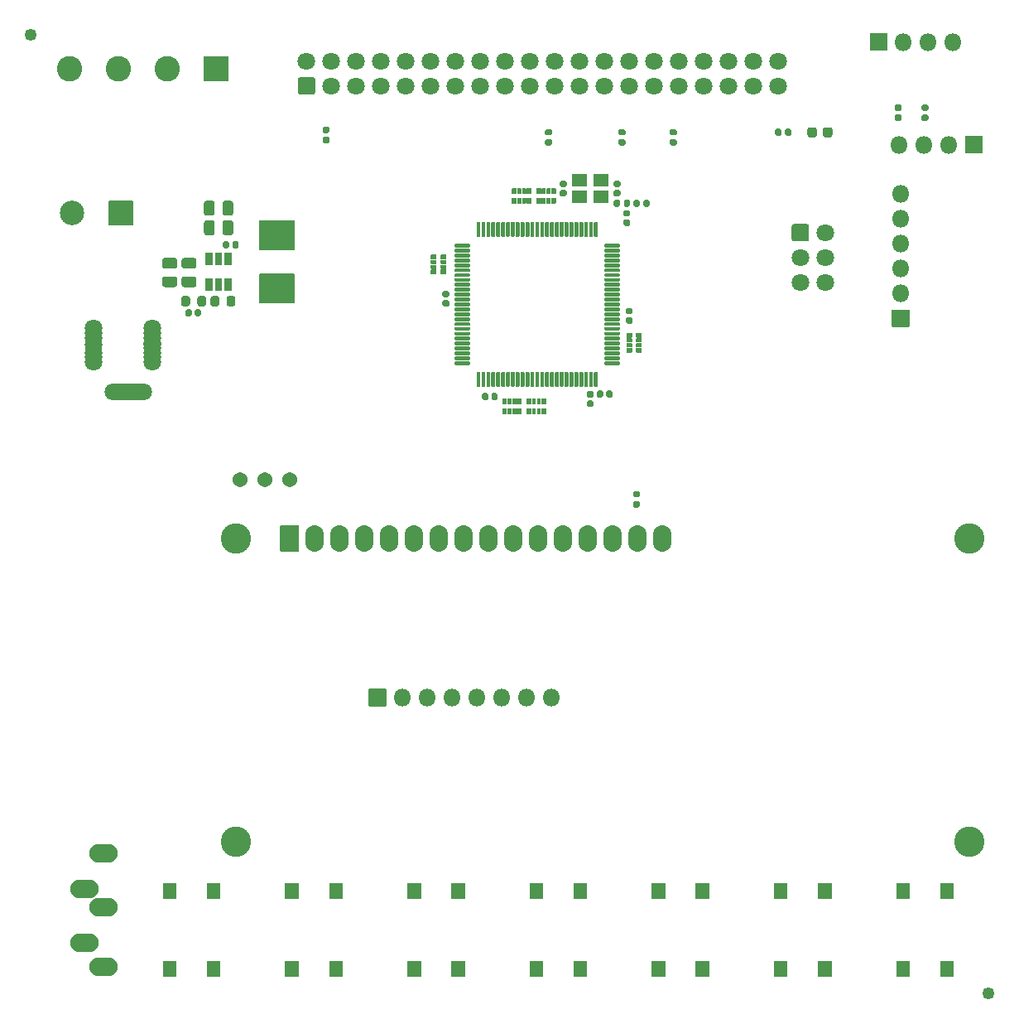
<source format=gts>
%TF.GenerationSoftware,KiCad,Pcbnew,5.1.10*%
%TF.CreationDate,2021-08-07T13:12:26+02:00*%
%TF.ProjectId,ATAPIMega,41544150-494d-4656-9761-2e6b69636164,rev?*%
%TF.SameCoordinates,Original*%
%TF.FileFunction,Soldermask,Top*%
%TF.FilePolarity,Negative*%
%FSLAX46Y46*%
G04 Gerber Fmt 4.6, Leading zero omitted, Abs format (unit mm)*
G04 Created by KiCad (PCBNEW 5.1.10) date 2021-08-07 13:12:26*
%MOMM*%
%LPD*%
G01*
G04 APERTURE LIST*
%ADD10O,1.800000X1.800000*%
%ADD11O,2.900000X1.900000*%
%ADD12C,1.800000*%
%ADD13C,2.500000*%
%ADD14C,2.600000*%
%ADD15C,3.100000*%
%ADD16O,1.900000X2.700000*%
%ADD17C,1.540000*%
%ADD18C,1.252000*%
G04 APERTURE END LIST*
%TO.C,C2*%
G36*
G01*
X81940628Y-53319876D02*
X81550628Y-53319876D01*
G75*
G02*
X81385628Y-53154876I0J165000D01*
G01*
X81385628Y-52824876D01*
G75*
G02*
X81550628Y-52659876I165000J0D01*
G01*
X81940628Y-52659876D01*
G75*
G02*
X82105628Y-52824876I0J-165000D01*
G01*
X82105628Y-53154876D01*
G75*
G02*
X81940628Y-53319876I-165000J0D01*
G01*
G37*
G36*
G01*
X81940628Y-54279876D02*
X81550628Y-54279876D01*
G75*
G02*
X81385628Y-54114876I0J165000D01*
G01*
X81385628Y-53784876D01*
G75*
G02*
X81550628Y-53619876I165000J0D01*
G01*
X81940628Y-53619876D01*
G75*
G02*
X82105628Y-53784876I0J-165000D01*
G01*
X82105628Y-54114876D01*
G75*
G02*
X81940628Y-54279876I-165000J0D01*
G01*
G37*
%TD*%
D10*
%TO.C,J9*%
X133615628Y-27219876D03*
X131075628Y-27219876D03*
X128535628Y-27219876D03*
G36*
G01*
X126845628Y-28119876D02*
X125145628Y-28119876D01*
G75*
G02*
X125095628Y-28069876I0J50000D01*
G01*
X125095628Y-26369876D01*
G75*
G02*
X125145628Y-26319876I50000J0D01*
G01*
X126845628Y-26319876D01*
G75*
G02*
X126895628Y-26369876I0J-50000D01*
G01*
X126895628Y-28069876D01*
G75*
G02*
X126845628Y-28119876I-50000J0D01*
G01*
G37*
%TD*%
D11*
%TO.C,J8*%
X46761628Y-115611876D03*
X46761628Y-110111876D03*
X44761628Y-113811876D03*
X44761628Y-119311876D03*
X46761628Y-121711876D03*
%TD*%
D10*
%TO.C,J7*%
X92525628Y-94219876D03*
X89985628Y-94219876D03*
X87445628Y-94219876D03*
X84905628Y-94219876D03*
X82365628Y-94219876D03*
X79825628Y-94219876D03*
X77285628Y-94219876D03*
G36*
G01*
X75595628Y-95119876D02*
X73895628Y-95119876D01*
G75*
G02*
X73845628Y-95069876I0J50000D01*
G01*
X73845628Y-93369876D01*
G75*
G02*
X73895628Y-93319876I50000J0D01*
G01*
X75595628Y-93319876D01*
G75*
G02*
X75645628Y-93369876I0J-50000D01*
G01*
X75645628Y-95069876D01*
G75*
G02*
X75595628Y-95119876I-50000J0D01*
G01*
G37*
%TD*%
D12*
%TO.C,J1*%
X120535628Y-51799876D03*
X120535628Y-49259876D03*
X120535628Y-46719876D03*
X117995628Y-51799876D03*
X117995628Y-49259876D03*
G36*
G01*
X117095628Y-47355171D02*
X117095628Y-46084581D01*
G75*
G02*
X117360333Y-45819876I264705J0D01*
G01*
X118630923Y-45819876D01*
G75*
G02*
X118895628Y-46084581I0J-264705D01*
G01*
X118895628Y-47355171D01*
G75*
G02*
X118630923Y-47619876I-264705J0D01*
G01*
X117360333Y-47619876D01*
G75*
G02*
X117095628Y-47355171I0J264705D01*
G01*
G37*
%TD*%
%TO.C,J6*%
X47745628Y-62969876D03*
X50745628Y-62969876D03*
X50245628Y-62969876D03*
X48245628Y-62969876D03*
X48745628Y-62969876D03*
X49745628Y-62969876D03*
X45745628Y-56469876D03*
X45745628Y-59969876D03*
X45745628Y-59469876D03*
X45745628Y-56969876D03*
X45745628Y-58969876D03*
X45745628Y-57469876D03*
X51745628Y-59969876D03*
X51745628Y-56469876D03*
X51745628Y-59469876D03*
X51745628Y-56969876D03*
X51745628Y-58969876D03*
X51745628Y-57469876D03*
X51745628Y-57969876D03*
X51745628Y-58469876D03*
X45745628Y-58169876D03*
X51745628Y-58169876D03*
X49245628Y-62969876D03*
%TD*%
%TO.C,SW7*%
G36*
G01*
X133645628Y-114819876D02*
X132345628Y-114819876D01*
G75*
G02*
X132295628Y-114769876I0J50000D01*
G01*
X132295628Y-113219876D01*
G75*
G02*
X132345628Y-113169876I50000J0D01*
G01*
X133645628Y-113169876D01*
G75*
G02*
X133695628Y-113219876I0J-50000D01*
G01*
X133695628Y-114769876D01*
G75*
G02*
X133645628Y-114819876I-50000J0D01*
G01*
G37*
G36*
G01*
X129145628Y-114819876D02*
X127845628Y-114819876D01*
G75*
G02*
X127795628Y-114769876I0J50000D01*
G01*
X127795628Y-113219876D01*
G75*
G02*
X127845628Y-113169876I50000J0D01*
G01*
X129145628Y-113169876D01*
G75*
G02*
X129195628Y-113219876I0J-50000D01*
G01*
X129195628Y-114769876D01*
G75*
G02*
X129145628Y-114819876I-50000J0D01*
G01*
G37*
G36*
G01*
X129145628Y-122769876D02*
X127845628Y-122769876D01*
G75*
G02*
X127795628Y-122719876I0J50000D01*
G01*
X127795628Y-121169876D01*
G75*
G02*
X127845628Y-121119876I50000J0D01*
G01*
X129145628Y-121119876D01*
G75*
G02*
X129195628Y-121169876I0J-50000D01*
G01*
X129195628Y-122719876D01*
G75*
G02*
X129145628Y-122769876I-50000J0D01*
G01*
G37*
G36*
G01*
X133645628Y-122769876D02*
X132345628Y-122769876D01*
G75*
G02*
X132295628Y-122719876I0J50000D01*
G01*
X132295628Y-121169876D01*
G75*
G02*
X132345628Y-121119876I50000J0D01*
G01*
X133645628Y-121119876D01*
G75*
G02*
X133695628Y-121169876I0J-50000D01*
G01*
X133695628Y-122719876D01*
G75*
G02*
X133645628Y-122769876I-50000J0D01*
G01*
G37*
%TD*%
%TO.C,SW6*%
G36*
G01*
X121145628Y-114819876D02*
X119845628Y-114819876D01*
G75*
G02*
X119795628Y-114769876I0J50000D01*
G01*
X119795628Y-113219876D01*
G75*
G02*
X119845628Y-113169876I50000J0D01*
G01*
X121145628Y-113169876D01*
G75*
G02*
X121195628Y-113219876I0J-50000D01*
G01*
X121195628Y-114769876D01*
G75*
G02*
X121145628Y-114819876I-50000J0D01*
G01*
G37*
G36*
G01*
X116645628Y-114819876D02*
X115345628Y-114819876D01*
G75*
G02*
X115295628Y-114769876I0J50000D01*
G01*
X115295628Y-113219876D01*
G75*
G02*
X115345628Y-113169876I50000J0D01*
G01*
X116645628Y-113169876D01*
G75*
G02*
X116695628Y-113219876I0J-50000D01*
G01*
X116695628Y-114769876D01*
G75*
G02*
X116645628Y-114819876I-50000J0D01*
G01*
G37*
G36*
G01*
X116645628Y-122769876D02*
X115345628Y-122769876D01*
G75*
G02*
X115295628Y-122719876I0J50000D01*
G01*
X115295628Y-121169876D01*
G75*
G02*
X115345628Y-121119876I50000J0D01*
G01*
X116645628Y-121119876D01*
G75*
G02*
X116695628Y-121169876I0J-50000D01*
G01*
X116695628Y-122719876D01*
G75*
G02*
X116645628Y-122769876I-50000J0D01*
G01*
G37*
G36*
G01*
X121145628Y-122769876D02*
X119845628Y-122769876D01*
G75*
G02*
X119795628Y-122719876I0J50000D01*
G01*
X119795628Y-121169876D01*
G75*
G02*
X119845628Y-121119876I50000J0D01*
G01*
X121145628Y-121119876D01*
G75*
G02*
X121195628Y-121169876I0J-50000D01*
G01*
X121195628Y-122719876D01*
G75*
G02*
X121145628Y-122769876I-50000J0D01*
G01*
G37*
%TD*%
%TO.C,SW5*%
G36*
G01*
X108645628Y-114819876D02*
X107345628Y-114819876D01*
G75*
G02*
X107295628Y-114769876I0J50000D01*
G01*
X107295628Y-113219876D01*
G75*
G02*
X107345628Y-113169876I50000J0D01*
G01*
X108645628Y-113169876D01*
G75*
G02*
X108695628Y-113219876I0J-50000D01*
G01*
X108695628Y-114769876D01*
G75*
G02*
X108645628Y-114819876I-50000J0D01*
G01*
G37*
G36*
G01*
X104145628Y-114819876D02*
X102845628Y-114819876D01*
G75*
G02*
X102795628Y-114769876I0J50000D01*
G01*
X102795628Y-113219876D01*
G75*
G02*
X102845628Y-113169876I50000J0D01*
G01*
X104145628Y-113169876D01*
G75*
G02*
X104195628Y-113219876I0J-50000D01*
G01*
X104195628Y-114769876D01*
G75*
G02*
X104145628Y-114819876I-50000J0D01*
G01*
G37*
G36*
G01*
X104145628Y-122769876D02*
X102845628Y-122769876D01*
G75*
G02*
X102795628Y-122719876I0J50000D01*
G01*
X102795628Y-121169876D01*
G75*
G02*
X102845628Y-121119876I50000J0D01*
G01*
X104145628Y-121119876D01*
G75*
G02*
X104195628Y-121169876I0J-50000D01*
G01*
X104195628Y-122719876D01*
G75*
G02*
X104145628Y-122769876I-50000J0D01*
G01*
G37*
G36*
G01*
X108645628Y-122769876D02*
X107345628Y-122769876D01*
G75*
G02*
X107295628Y-122719876I0J50000D01*
G01*
X107295628Y-121169876D01*
G75*
G02*
X107345628Y-121119876I50000J0D01*
G01*
X108645628Y-121119876D01*
G75*
G02*
X108695628Y-121169876I0J-50000D01*
G01*
X108695628Y-122719876D01*
G75*
G02*
X108645628Y-122769876I-50000J0D01*
G01*
G37*
%TD*%
%TO.C,SW4*%
G36*
G01*
X96145628Y-114819876D02*
X94845628Y-114819876D01*
G75*
G02*
X94795628Y-114769876I0J50000D01*
G01*
X94795628Y-113219876D01*
G75*
G02*
X94845628Y-113169876I50000J0D01*
G01*
X96145628Y-113169876D01*
G75*
G02*
X96195628Y-113219876I0J-50000D01*
G01*
X96195628Y-114769876D01*
G75*
G02*
X96145628Y-114819876I-50000J0D01*
G01*
G37*
G36*
G01*
X91645628Y-114819876D02*
X90345628Y-114819876D01*
G75*
G02*
X90295628Y-114769876I0J50000D01*
G01*
X90295628Y-113219876D01*
G75*
G02*
X90345628Y-113169876I50000J0D01*
G01*
X91645628Y-113169876D01*
G75*
G02*
X91695628Y-113219876I0J-50000D01*
G01*
X91695628Y-114769876D01*
G75*
G02*
X91645628Y-114819876I-50000J0D01*
G01*
G37*
G36*
G01*
X91645628Y-122769876D02*
X90345628Y-122769876D01*
G75*
G02*
X90295628Y-122719876I0J50000D01*
G01*
X90295628Y-121169876D01*
G75*
G02*
X90345628Y-121119876I50000J0D01*
G01*
X91645628Y-121119876D01*
G75*
G02*
X91695628Y-121169876I0J-50000D01*
G01*
X91695628Y-122719876D01*
G75*
G02*
X91645628Y-122769876I-50000J0D01*
G01*
G37*
G36*
G01*
X96145628Y-122769876D02*
X94845628Y-122769876D01*
G75*
G02*
X94795628Y-122719876I0J50000D01*
G01*
X94795628Y-121169876D01*
G75*
G02*
X94845628Y-121119876I50000J0D01*
G01*
X96145628Y-121119876D01*
G75*
G02*
X96195628Y-121169876I0J-50000D01*
G01*
X96195628Y-122719876D01*
G75*
G02*
X96145628Y-122769876I-50000J0D01*
G01*
G37*
%TD*%
%TO.C,SW3*%
G36*
G01*
X83645628Y-114819876D02*
X82345628Y-114819876D01*
G75*
G02*
X82295628Y-114769876I0J50000D01*
G01*
X82295628Y-113219876D01*
G75*
G02*
X82345628Y-113169876I50000J0D01*
G01*
X83645628Y-113169876D01*
G75*
G02*
X83695628Y-113219876I0J-50000D01*
G01*
X83695628Y-114769876D01*
G75*
G02*
X83645628Y-114819876I-50000J0D01*
G01*
G37*
G36*
G01*
X79145628Y-114819876D02*
X77845628Y-114819876D01*
G75*
G02*
X77795628Y-114769876I0J50000D01*
G01*
X77795628Y-113219876D01*
G75*
G02*
X77845628Y-113169876I50000J0D01*
G01*
X79145628Y-113169876D01*
G75*
G02*
X79195628Y-113219876I0J-50000D01*
G01*
X79195628Y-114769876D01*
G75*
G02*
X79145628Y-114819876I-50000J0D01*
G01*
G37*
G36*
G01*
X79145628Y-122769876D02*
X77845628Y-122769876D01*
G75*
G02*
X77795628Y-122719876I0J50000D01*
G01*
X77795628Y-121169876D01*
G75*
G02*
X77845628Y-121119876I50000J0D01*
G01*
X79145628Y-121119876D01*
G75*
G02*
X79195628Y-121169876I0J-50000D01*
G01*
X79195628Y-122719876D01*
G75*
G02*
X79145628Y-122769876I-50000J0D01*
G01*
G37*
G36*
G01*
X83645628Y-122769876D02*
X82345628Y-122769876D01*
G75*
G02*
X82295628Y-122719876I0J50000D01*
G01*
X82295628Y-121169876D01*
G75*
G02*
X82345628Y-121119876I50000J0D01*
G01*
X83645628Y-121119876D01*
G75*
G02*
X83695628Y-121169876I0J-50000D01*
G01*
X83695628Y-122719876D01*
G75*
G02*
X83645628Y-122769876I-50000J0D01*
G01*
G37*
%TD*%
%TO.C,SW1*%
G36*
G01*
X71145628Y-114819876D02*
X69845628Y-114819876D01*
G75*
G02*
X69795628Y-114769876I0J50000D01*
G01*
X69795628Y-113219876D01*
G75*
G02*
X69845628Y-113169876I50000J0D01*
G01*
X71145628Y-113169876D01*
G75*
G02*
X71195628Y-113219876I0J-50000D01*
G01*
X71195628Y-114769876D01*
G75*
G02*
X71145628Y-114819876I-50000J0D01*
G01*
G37*
G36*
G01*
X66645628Y-114819876D02*
X65345628Y-114819876D01*
G75*
G02*
X65295628Y-114769876I0J50000D01*
G01*
X65295628Y-113219876D01*
G75*
G02*
X65345628Y-113169876I50000J0D01*
G01*
X66645628Y-113169876D01*
G75*
G02*
X66695628Y-113219876I0J-50000D01*
G01*
X66695628Y-114769876D01*
G75*
G02*
X66645628Y-114819876I-50000J0D01*
G01*
G37*
G36*
G01*
X66645628Y-122769876D02*
X65345628Y-122769876D01*
G75*
G02*
X65295628Y-122719876I0J50000D01*
G01*
X65295628Y-121169876D01*
G75*
G02*
X65345628Y-121119876I50000J0D01*
G01*
X66645628Y-121119876D01*
G75*
G02*
X66695628Y-121169876I0J-50000D01*
G01*
X66695628Y-122719876D01*
G75*
G02*
X66645628Y-122769876I-50000J0D01*
G01*
G37*
G36*
G01*
X71145628Y-122769876D02*
X69845628Y-122769876D01*
G75*
G02*
X69795628Y-122719876I0J50000D01*
G01*
X69795628Y-121169876D01*
G75*
G02*
X69845628Y-121119876I50000J0D01*
G01*
X71145628Y-121119876D01*
G75*
G02*
X71195628Y-121169876I0J-50000D01*
G01*
X71195628Y-122719876D01*
G75*
G02*
X71145628Y-122769876I-50000J0D01*
G01*
G37*
%TD*%
%TO.C,SW2*%
G36*
G01*
X58645628Y-114819876D02*
X57345628Y-114819876D01*
G75*
G02*
X57295628Y-114769876I0J50000D01*
G01*
X57295628Y-113219876D01*
G75*
G02*
X57345628Y-113169876I50000J0D01*
G01*
X58645628Y-113169876D01*
G75*
G02*
X58695628Y-113219876I0J-50000D01*
G01*
X58695628Y-114769876D01*
G75*
G02*
X58645628Y-114819876I-50000J0D01*
G01*
G37*
G36*
G01*
X54145628Y-114819876D02*
X52845628Y-114819876D01*
G75*
G02*
X52795628Y-114769876I0J50000D01*
G01*
X52795628Y-113219876D01*
G75*
G02*
X52845628Y-113169876I50000J0D01*
G01*
X54145628Y-113169876D01*
G75*
G02*
X54195628Y-113219876I0J-50000D01*
G01*
X54195628Y-114769876D01*
G75*
G02*
X54145628Y-114819876I-50000J0D01*
G01*
G37*
G36*
G01*
X54145628Y-122769876D02*
X52845628Y-122769876D01*
G75*
G02*
X52795628Y-122719876I0J50000D01*
G01*
X52795628Y-121169876D01*
G75*
G02*
X52845628Y-121119876I50000J0D01*
G01*
X54145628Y-121119876D01*
G75*
G02*
X54195628Y-121169876I0J-50000D01*
G01*
X54195628Y-122719876D01*
G75*
G02*
X54145628Y-122769876I-50000J0D01*
G01*
G37*
G36*
G01*
X58645628Y-122769876D02*
X57345628Y-122769876D01*
G75*
G02*
X57295628Y-122719876I0J50000D01*
G01*
X57295628Y-121169876D01*
G75*
G02*
X57345628Y-121119876I50000J0D01*
G01*
X58645628Y-121119876D01*
G75*
G02*
X58695628Y-121169876I0J-50000D01*
G01*
X58695628Y-122719876D01*
G75*
G02*
X58645628Y-122769876I-50000J0D01*
G01*
G37*
%TD*%
%TO.C,RN6*%
G36*
G01*
X89445628Y-64269876D02*
X89045628Y-64269876D01*
G75*
G02*
X88995628Y-64219876I0J50000D01*
G01*
X88995628Y-63719876D01*
G75*
G02*
X89045628Y-63669876I50000J0D01*
G01*
X89445628Y-63669876D01*
G75*
G02*
X89495628Y-63719876I0J-50000D01*
G01*
X89495628Y-64219876D01*
G75*
G02*
X89445628Y-64269876I-50000J0D01*
G01*
G37*
G36*
G01*
X88895628Y-64269876D02*
X88595628Y-64269876D01*
G75*
G02*
X88545628Y-64219876I0J50000D01*
G01*
X88545628Y-63719876D01*
G75*
G02*
X88595628Y-63669876I50000J0D01*
G01*
X88895628Y-63669876D01*
G75*
G02*
X88945628Y-63719876I0J-50000D01*
G01*
X88945628Y-64219876D01*
G75*
G02*
X88895628Y-64269876I-50000J0D01*
G01*
G37*
G36*
G01*
X87945628Y-64269876D02*
X87545628Y-64269876D01*
G75*
G02*
X87495628Y-64219876I0J50000D01*
G01*
X87495628Y-63719876D01*
G75*
G02*
X87545628Y-63669876I50000J0D01*
G01*
X87945628Y-63669876D01*
G75*
G02*
X87995628Y-63719876I0J-50000D01*
G01*
X87995628Y-64219876D01*
G75*
G02*
X87945628Y-64269876I-50000J0D01*
G01*
G37*
G36*
G01*
X88395628Y-64269876D02*
X88095628Y-64269876D01*
G75*
G02*
X88045628Y-64219876I0J50000D01*
G01*
X88045628Y-63719876D01*
G75*
G02*
X88095628Y-63669876I50000J0D01*
G01*
X88395628Y-63669876D01*
G75*
G02*
X88445628Y-63719876I0J-50000D01*
G01*
X88445628Y-64219876D01*
G75*
G02*
X88395628Y-64269876I-50000J0D01*
G01*
G37*
G36*
G01*
X89445628Y-65269876D02*
X89045628Y-65269876D01*
G75*
G02*
X88995628Y-65219876I0J50000D01*
G01*
X88995628Y-64719876D01*
G75*
G02*
X89045628Y-64669876I50000J0D01*
G01*
X89445628Y-64669876D01*
G75*
G02*
X89495628Y-64719876I0J-50000D01*
G01*
X89495628Y-65219876D01*
G75*
G02*
X89445628Y-65269876I-50000J0D01*
G01*
G37*
G36*
G01*
X88395628Y-65269876D02*
X88095628Y-65269876D01*
G75*
G02*
X88045628Y-65219876I0J50000D01*
G01*
X88045628Y-64719876D01*
G75*
G02*
X88095628Y-64669876I50000J0D01*
G01*
X88395628Y-64669876D01*
G75*
G02*
X88445628Y-64719876I0J-50000D01*
G01*
X88445628Y-65219876D01*
G75*
G02*
X88395628Y-65269876I-50000J0D01*
G01*
G37*
G36*
G01*
X88895628Y-65269876D02*
X88595628Y-65269876D01*
G75*
G02*
X88545628Y-65219876I0J50000D01*
G01*
X88545628Y-64719876D01*
G75*
G02*
X88595628Y-64669876I50000J0D01*
G01*
X88895628Y-64669876D01*
G75*
G02*
X88945628Y-64719876I0J-50000D01*
G01*
X88945628Y-65219876D01*
G75*
G02*
X88895628Y-65269876I-50000J0D01*
G01*
G37*
G36*
G01*
X87945628Y-65269876D02*
X87545628Y-65269876D01*
G75*
G02*
X87495628Y-65219876I0J50000D01*
G01*
X87495628Y-64719876D01*
G75*
G02*
X87545628Y-64669876I50000J0D01*
G01*
X87945628Y-64669876D01*
G75*
G02*
X87995628Y-64719876I0J-50000D01*
G01*
X87995628Y-65219876D01*
G75*
G02*
X87945628Y-65269876I-50000J0D01*
G01*
G37*
%TD*%
%TO.C,RN5*%
G36*
G01*
X90045628Y-64669876D02*
X90445628Y-64669876D01*
G75*
G02*
X90495628Y-64719876I0J-50000D01*
G01*
X90495628Y-65219876D01*
G75*
G02*
X90445628Y-65269876I-50000J0D01*
G01*
X90045628Y-65269876D01*
G75*
G02*
X89995628Y-65219876I0J50000D01*
G01*
X89995628Y-64719876D01*
G75*
G02*
X90045628Y-64669876I50000J0D01*
G01*
G37*
G36*
G01*
X90595628Y-64669876D02*
X90895628Y-64669876D01*
G75*
G02*
X90945628Y-64719876I0J-50000D01*
G01*
X90945628Y-65219876D01*
G75*
G02*
X90895628Y-65269876I-50000J0D01*
G01*
X90595628Y-65269876D01*
G75*
G02*
X90545628Y-65219876I0J50000D01*
G01*
X90545628Y-64719876D01*
G75*
G02*
X90595628Y-64669876I50000J0D01*
G01*
G37*
G36*
G01*
X91545628Y-64669876D02*
X91945628Y-64669876D01*
G75*
G02*
X91995628Y-64719876I0J-50000D01*
G01*
X91995628Y-65219876D01*
G75*
G02*
X91945628Y-65269876I-50000J0D01*
G01*
X91545628Y-65269876D01*
G75*
G02*
X91495628Y-65219876I0J50000D01*
G01*
X91495628Y-64719876D01*
G75*
G02*
X91545628Y-64669876I50000J0D01*
G01*
G37*
G36*
G01*
X91095628Y-64669876D02*
X91395628Y-64669876D01*
G75*
G02*
X91445628Y-64719876I0J-50000D01*
G01*
X91445628Y-65219876D01*
G75*
G02*
X91395628Y-65269876I-50000J0D01*
G01*
X91095628Y-65269876D01*
G75*
G02*
X91045628Y-65219876I0J50000D01*
G01*
X91045628Y-64719876D01*
G75*
G02*
X91095628Y-64669876I50000J0D01*
G01*
G37*
G36*
G01*
X90045628Y-63669876D02*
X90445628Y-63669876D01*
G75*
G02*
X90495628Y-63719876I0J-50000D01*
G01*
X90495628Y-64219876D01*
G75*
G02*
X90445628Y-64269876I-50000J0D01*
G01*
X90045628Y-64269876D01*
G75*
G02*
X89995628Y-64219876I0J50000D01*
G01*
X89995628Y-63719876D01*
G75*
G02*
X90045628Y-63669876I50000J0D01*
G01*
G37*
G36*
G01*
X91095628Y-63669876D02*
X91395628Y-63669876D01*
G75*
G02*
X91445628Y-63719876I0J-50000D01*
G01*
X91445628Y-64219876D01*
G75*
G02*
X91395628Y-64269876I-50000J0D01*
G01*
X91095628Y-64269876D01*
G75*
G02*
X91045628Y-64219876I0J50000D01*
G01*
X91045628Y-63719876D01*
G75*
G02*
X91095628Y-63669876I50000J0D01*
G01*
G37*
G36*
G01*
X90595628Y-63669876D02*
X90895628Y-63669876D01*
G75*
G02*
X90945628Y-63719876I0J-50000D01*
G01*
X90945628Y-64219876D01*
G75*
G02*
X90895628Y-64269876I-50000J0D01*
G01*
X90595628Y-64269876D01*
G75*
G02*
X90545628Y-64219876I0J50000D01*
G01*
X90545628Y-63719876D01*
G75*
G02*
X90595628Y-63669876I50000J0D01*
G01*
G37*
G36*
G01*
X91545628Y-63669876D02*
X91945628Y-63669876D01*
G75*
G02*
X91995628Y-63719876I0J-50000D01*
G01*
X91995628Y-64219876D01*
G75*
G02*
X91945628Y-64269876I-50000J0D01*
G01*
X91545628Y-64269876D01*
G75*
G02*
X91495628Y-64219876I0J50000D01*
G01*
X91495628Y-63719876D01*
G75*
G02*
X91545628Y-63669876I50000J0D01*
G01*
G37*
%TD*%
%TO.C,RN4*%
G36*
G01*
X80795628Y-49019876D02*
X80795628Y-49419876D01*
G75*
G02*
X80745628Y-49469876I-50000J0D01*
G01*
X80245628Y-49469876D01*
G75*
G02*
X80195628Y-49419876I0J50000D01*
G01*
X80195628Y-49019876D01*
G75*
G02*
X80245628Y-48969876I50000J0D01*
G01*
X80745628Y-48969876D01*
G75*
G02*
X80795628Y-49019876I0J-50000D01*
G01*
G37*
G36*
G01*
X80795628Y-49569876D02*
X80795628Y-49869876D01*
G75*
G02*
X80745628Y-49919876I-50000J0D01*
G01*
X80245628Y-49919876D01*
G75*
G02*
X80195628Y-49869876I0J50000D01*
G01*
X80195628Y-49569876D01*
G75*
G02*
X80245628Y-49519876I50000J0D01*
G01*
X80745628Y-49519876D01*
G75*
G02*
X80795628Y-49569876I0J-50000D01*
G01*
G37*
G36*
G01*
X80795628Y-50519876D02*
X80795628Y-50919876D01*
G75*
G02*
X80745628Y-50969876I-50000J0D01*
G01*
X80245628Y-50969876D01*
G75*
G02*
X80195628Y-50919876I0J50000D01*
G01*
X80195628Y-50519876D01*
G75*
G02*
X80245628Y-50469876I50000J0D01*
G01*
X80745628Y-50469876D01*
G75*
G02*
X80795628Y-50519876I0J-50000D01*
G01*
G37*
G36*
G01*
X80795628Y-50069876D02*
X80795628Y-50369876D01*
G75*
G02*
X80745628Y-50419876I-50000J0D01*
G01*
X80245628Y-50419876D01*
G75*
G02*
X80195628Y-50369876I0J50000D01*
G01*
X80195628Y-50069876D01*
G75*
G02*
X80245628Y-50019876I50000J0D01*
G01*
X80745628Y-50019876D01*
G75*
G02*
X80795628Y-50069876I0J-50000D01*
G01*
G37*
G36*
G01*
X81795628Y-49019876D02*
X81795628Y-49419876D01*
G75*
G02*
X81745628Y-49469876I-50000J0D01*
G01*
X81245628Y-49469876D01*
G75*
G02*
X81195628Y-49419876I0J50000D01*
G01*
X81195628Y-49019876D01*
G75*
G02*
X81245628Y-48969876I50000J0D01*
G01*
X81745628Y-48969876D01*
G75*
G02*
X81795628Y-49019876I0J-50000D01*
G01*
G37*
G36*
G01*
X81795628Y-50069876D02*
X81795628Y-50369876D01*
G75*
G02*
X81745628Y-50419876I-50000J0D01*
G01*
X81245628Y-50419876D01*
G75*
G02*
X81195628Y-50369876I0J50000D01*
G01*
X81195628Y-50069876D01*
G75*
G02*
X81245628Y-50019876I50000J0D01*
G01*
X81745628Y-50019876D01*
G75*
G02*
X81795628Y-50069876I0J-50000D01*
G01*
G37*
G36*
G01*
X81795628Y-49569876D02*
X81795628Y-49869876D01*
G75*
G02*
X81745628Y-49919876I-50000J0D01*
G01*
X81245628Y-49919876D01*
G75*
G02*
X81195628Y-49869876I0J50000D01*
G01*
X81195628Y-49569876D01*
G75*
G02*
X81245628Y-49519876I50000J0D01*
G01*
X81745628Y-49519876D01*
G75*
G02*
X81795628Y-49569876I0J-50000D01*
G01*
G37*
G36*
G01*
X81795628Y-50519876D02*
X81795628Y-50919876D01*
G75*
G02*
X81745628Y-50969876I-50000J0D01*
G01*
X81245628Y-50969876D01*
G75*
G02*
X81195628Y-50919876I0J50000D01*
G01*
X81195628Y-50519876D01*
G75*
G02*
X81245628Y-50469876I50000J0D01*
G01*
X81745628Y-50469876D01*
G75*
G02*
X81795628Y-50519876I0J-50000D01*
G01*
G37*
%TD*%
%TO.C,RN3*%
G36*
G01*
X90445628Y-42769876D02*
X90045628Y-42769876D01*
G75*
G02*
X89995628Y-42719876I0J50000D01*
G01*
X89995628Y-42219876D01*
G75*
G02*
X90045628Y-42169876I50000J0D01*
G01*
X90445628Y-42169876D01*
G75*
G02*
X90495628Y-42219876I0J-50000D01*
G01*
X90495628Y-42719876D01*
G75*
G02*
X90445628Y-42769876I-50000J0D01*
G01*
G37*
G36*
G01*
X89895628Y-42769876D02*
X89595628Y-42769876D01*
G75*
G02*
X89545628Y-42719876I0J50000D01*
G01*
X89545628Y-42219876D01*
G75*
G02*
X89595628Y-42169876I50000J0D01*
G01*
X89895628Y-42169876D01*
G75*
G02*
X89945628Y-42219876I0J-50000D01*
G01*
X89945628Y-42719876D01*
G75*
G02*
X89895628Y-42769876I-50000J0D01*
G01*
G37*
G36*
G01*
X88945628Y-42769876D02*
X88545628Y-42769876D01*
G75*
G02*
X88495628Y-42719876I0J50000D01*
G01*
X88495628Y-42219876D01*
G75*
G02*
X88545628Y-42169876I50000J0D01*
G01*
X88945628Y-42169876D01*
G75*
G02*
X88995628Y-42219876I0J-50000D01*
G01*
X88995628Y-42719876D01*
G75*
G02*
X88945628Y-42769876I-50000J0D01*
G01*
G37*
G36*
G01*
X89395628Y-42769876D02*
X89095628Y-42769876D01*
G75*
G02*
X89045628Y-42719876I0J50000D01*
G01*
X89045628Y-42219876D01*
G75*
G02*
X89095628Y-42169876I50000J0D01*
G01*
X89395628Y-42169876D01*
G75*
G02*
X89445628Y-42219876I0J-50000D01*
G01*
X89445628Y-42719876D01*
G75*
G02*
X89395628Y-42769876I-50000J0D01*
G01*
G37*
G36*
G01*
X90445628Y-43769876D02*
X90045628Y-43769876D01*
G75*
G02*
X89995628Y-43719876I0J50000D01*
G01*
X89995628Y-43219876D01*
G75*
G02*
X90045628Y-43169876I50000J0D01*
G01*
X90445628Y-43169876D01*
G75*
G02*
X90495628Y-43219876I0J-50000D01*
G01*
X90495628Y-43719876D01*
G75*
G02*
X90445628Y-43769876I-50000J0D01*
G01*
G37*
G36*
G01*
X89395628Y-43769876D02*
X89095628Y-43769876D01*
G75*
G02*
X89045628Y-43719876I0J50000D01*
G01*
X89045628Y-43219876D01*
G75*
G02*
X89095628Y-43169876I50000J0D01*
G01*
X89395628Y-43169876D01*
G75*
G02*
X89445628Y-43219876I0J-50000D01*
G01*
X89445628Y-43719876D01*
G75*
G02*
X89395628Y-43769876I-50000J0D01*
G01*
G37*
G36*
G01*
X89895628Y-43769876D02*
X89595628Y-43769876D01*
G75*
G02*
X89545628Y-43719876I0J50000D01*
G01*
X89545628Y-43219876D01*
G75*
G02*
X89595628Y-43169876I50000J0D01*
G01*
X89895628Y-43169876D01*
G75*
G02*
X89945628Y-43219876I0J-50000D01*
G01*
X89945628Y-43719876D01*
G75*
G02*
X89895628Y-43769876I-50000J0D01*
G01*
G37*
G36*
G01*
X88945628Y-43769876D02*
X88545628Y-43769876D01*
G75*
G02*
X88495628Y-43719876I0J50000D01*
G01*
X88495628Y-43219876D01*
G75*
G02*
X88545628Y-43169876I50000J0D01*
G01*
X88945628Y-43169876D01*
G75*
G02*
X88995628Y-43219876I0J-50000D01*
G01*
X88995628Y-43719876D01*
G75*
G02*
X88945628Y-43769876I-50000J0D01*
G01*
G37*
%TD*%
%TO.C,RN2*%
G36*
G01*
X101195628Y-58919876D02*
X101195628Y-58519876D01*
G75*
G02*
X101245628Y-58469876I50000J0D01*
G01*
X101745628Y-58469876D01*
G75*
G02*
X101795628Y-58519876I0J-50000D01*
G01*
X101795628Y-58919876D01*
G75*
G02*
X101745628Y-58969876I-50000J0D01*
G01*
X101245628Y-58969876D01*
G75*
G02*
X101195628Y-58919876I0J50000D01*
G01*
G37*
G36*
G01*
X101195628Y-58369876D02*
X101195628Y-58069876D01*
G75*
G02*
X101245628Y-58019876I50000J0D01*
G01*
X101745628Y-58019876D01*
G75*
G02*
X101795628Y-58069876I0J-50000D01*
G01*
X101795628Y-58369876D01*
G75*
G02*
X101745628Y-58419876I-50000J0D01*
G01*
X101245628Y-58419876D01*
G75*
G02*
X101195628Y-58369876I0J50000D01*
G01*
G37*
G36*
G01*
X101195628Y-57419876D02*
X101195628Y-57019876D01*
G75*
G02*
X101245628Y-56969876I50000J0D01*
G01*
X101745628Y-56969876D01*
G75*
G02*
X101795628Y-57019876I0J-50000D01*
G01*
X101795628Y-57419876D01*
G75*
G02*
X101745628Y-57469876I-50000J0D01*
G01*
X101245628Y-57469876D01*
G75*
G02*
X101195628Y-57419876I0J50000D01*
G01*
G37*
G36*
G01*
X101195628Y-57869876D02*
X101195628Y-57569876D01*
G75*
G02*
X101245628Y-57519876I50000J0D01*
G01*
X101745628Y-57519876D01*
G75*
G02*
X101795628Y-57569876I0J-50000D01*
G01*
X101795628Y-57869876D01*
G75*
G02*
X101745628Y-57919876I-50000J0D01*
G01*
X101245628Y-57919876D01*
G75*
G02*
X101195628Y-57869876I0J50000D01*
G01*
G37*
G36*
G01*
X100195628Y-58919876D02*
X100195628Y-58519876D01*
G75*
G02*
X100245628Y-58469876I50000J0D01*
G01*
X100745628Y-58469876D01*
G75*
G02*
X100795628Y-58519876I0J-50000D01*
G01*
X100795628Y-58919876D01*
G75*
G02*
X100745628Y-58969876I-50000J0D01*
G01*
X100245628Y-58969876D01*
G75*
G02*
X100195628Y-58919876I0J50000D01*
G01*
G37*
G36*
G01*
X100195628Y-57869876D02*
X100195628Y-57569876D01*
G75*
G02*
X100245628Y-57519876I50000J0D01*
G01*
X100745628Y-57519876D01*
G75*
G02*
X100795628Y-57569876I0J-50000D01*
G01*
X100795628Y-57869876D01*
G75*
G02*
X100745628Y-57919876I-50000J0D01*
G01*
X100245628Y-57919876D01*
G75*
G02*
X100195628Y-57869876I0J50000D01*
G01*
G37*
G36*
G01*
X100195628Y-58369876D02*
X100195628Y-58069876D01*
G75*
G02*
X100245628Y-58019876I50000J0D01*
G01*
X100745628Y-58019876D01*
G75*
G02*
X100795628Y-58069876I0J-50000D01*
G01*
X100795628Y-58369876D01*
G75*
G02*
X100745628Y-58419876I-50000J0D01*
G01*
X100245628Y-58419876D01*
G75*
G02*
X100195628Y-58369876I0J50000D01*
G01*
G37*
G36*
G01*
X100195628Y-57419876D02*
X100195628Y-57019876D01*
G75*
G02*
X100245628Y-56969876I50000J0D01*
G01*
X100745628Y-56969876D01*
G75*
G02*
X100795628Y-57019876I0J-50000D01*
G01*
X100795628Y-57419876D01*
G75*
G02*
X100745628Y-57469876I-50000J0D01*
G01*
X100245628Y-57469876D01*
G75*
G02*
X100195628Y-57419876I0J50000D01*
G01*
G37*
%TD*%
%TO.C,RN1*%
G36*
G01*
X92945628Y-42769876D02*
X92545628Y-42769876D01*
G75*
G02*
X92495628Y-42719876I0J50000D01*
G01*
X92495628Y-42219876D01*
G75*
G02*
X92545628Y-42169876I50000J0D01*
G01*
X92945628Y-42169876D01*
G75*
G02*
X92995628Y-42219876I0J-50000D01*
G01*
X92995628Y-42719876D01*
G75*
G02*
X92945628Y-42769876I-50000J0D01*
G01*
G37*
G36*
G01*
X92395628Y-42769876D02*
X92095628Y-42769876D01*
G75*
G02*
X92045628Y-42719876I0J50000D01*
G01*
X92045628Y-42219876D01*
G75*
G02*
X92095628Y-42169876I50000J0D01*
G01*
X92395628Y-42169876D01*
G75*
G02*
X92445628Y-42219876I0J-50000D01*
G01*
X92445628Y-42719876D01*
G75*
G02*
X92395628Y-42769876I-50000J0D01*
G01*
G37*
G36*
G01*
X91445628Y-42769876D02*
X91045628Y-42769876D01*
G75*
G02*
X90995628Y-42719876I0J50000D01*
G01*
X90995628Y-42219876D01*
G75*
G02*
X91045628Y-42169876I50000J0D01*
G01*
X91445628Y-42169876D01*
G75*
G02*
X91495628Y-42219876I0J-50000D01*
G01*
X91495628Y-42719876D01*
G75*
G02*
X91445628Y-42769876I-50000J0D01*
G01*
G37*
G36*
G01*
X91895628Y-42769876D02*
X91595628Y-42769876D01*
G75*
G02*
X91545628Y-42719876I0J50000D01*
G01*
X91545628Y-42219876D01*
G75*
G02*
X91595628Y-42169876I50000J0D01*
G01*
X91895628Y-42169876D01*
G75*
G02*
X91945628Y-42219876I0J-50000D01*
G01*
X91945628Y-42719876D01*
G75*
G02*
X91895628Y-42769876I-50000J0D01*
G01*
G37*
G36*
G01*
X92945628Y-43769876D02*
X92545628Y-43769876D01*
G75*
G02*
X92495628Y-43719876I0J50000D01*
G01*
X92495628Y-43219876D01*
G75*
G02*
X92545628Y-43169876I50000J0D01*
G01*
X92945628Y-43169876D01*
G75*
G02*
X92995628Y-43219876I0J-50000D01*
G01*
X92995628Y-43719876D01*
G75*
G02*
X92945628Y-43769876I-50000J0D01*
G01*
G37*
G36*
G01*
X91895628Y-43769876D02*
X91595628Y-43769876D01*
G75*
G02*
X91545628Y-43719876I0J50000D01*
G01*
X91545628Y-43219876D01*
G75*
G02*
X91595628Y-43169876I50000J0D01*
G01*
X91895628Y-43169876D01*
G75*
G02*
X91945628Y-43219876I0J-50000D01*
G01*
X91945628Y-43719876D01*
G75*
G02*
X91895628Y-43769876I-50000J0D01*
G01*
G37*
G36*
G01*
X92395628Y-43769876D02*
X92095628Y-43769876D01*
G75*
G02*
X92045628Y-43719876I0J50000D01*
G01*
X92045628Y-43219876D01*
G75*
G02*
X92095628Y-43169876I50000J0D01*
G01*
X92395628Y-43169876D01*
G75*
G02*
X92445628Y-43219876I0J-50000D01*
G01*
X92445628Y-43719876D01*
G75*
G02*
X92395628Y-43769876I-50000J0D01*
G01*
G37*
G36*
G01*
X91445628Y-43769876D02*
X91045628Y-43769876D01*
G75*
G02*
X90995628Y-43719876I0J50000D01*
G01*
X90995628Y-43219876D01*
G75*
G02*
X91045628Y-43169876I50000J0D01*
G01*
X91445628Y-43169876D01*
G75*
G02*
X91495628Y-43219876I0J-50000D01*
G01*
X91495628Y-43719876D01*
G75*
G02*
X91445628Y-43769876I-50000J0D01*
G01*
G37*
%TD*%
D13*
%TO.C,C15*%
X43495628Y-44719876D03*
G36*
G01*
X49745628Y-43519876D02*
X49745628Y-45919876D01*
G75*
G02*
X49695628Y-45969876I-50000J0D01*
G01*
X47295628Y-45969876D01*
G75*
G02*
X47245628Y-45919876I0J50000D01*
G01*
X47245628Y-43519876D01*
G75*
G02*
X47295628Y-43469876I50000J0D01*
G01*
X49695628Y-43469876D01*
G75*
G02*
X49745628Y-43519876I0J-50000D01*
G01*
G37*
%TD*%
D14*
%TO.C,J5*%
X43245628Y-29969876D03*
X48245628Y-29969876D03*
X53245628Y-29969876D03*
G36*
G01*
X59545628Y-28719876D02*
X59545628Y-31219876D01*
G75*
G02*
X59495628Y-31269876I-50000J0D01*
G01*
X56995628Y-31269876D01*
G75*
G02*
X56945628Y-31219876I0J50000D01*
G01*
X56945628Y-28719876D01*
G75*
G02*
X56995628Y-28669876I50000J0D01*
G01*
X59495628Y-28669876D01*
G75*
G02*
X59545628Y-28719876I0J-50000D01*
G01*
G37*
%TD*%
%TO.C,U3*%
G36*
G01*
X59120628Y-51369876D02*
X59770628Y-51369876D01*
G75*
G02*
X59820628Y-51419876I0J-50000D01*
G01*
X59820628Y-52639876D01*
G75*
G02*
X59770628Y-52689876I-50000J0D01*
G01*
X59120628Y-52689876D01*
G75*
G02*
X59070628Y-52639876I0J50000D01*
G01*
X59070628Y-51419876D01*
G75*
G02*
X59120628Y-51369876I50000J0D01*
G01*
G37*
G36*
G01*
X58170628Y-51369876D02*
X58820628Y-51369876D01*
G75*
G02*
X58870628Y-51419876I0J-50000D01*
G01*
X58870628Y-52639876D01*
G75*
G02*
X58820628Y-52689876I-50000J0D01*
G01*
X58170628Y-52689876D01*
G75*
G02*
X58120628Y-52639876I0J50000D01*
G01*
X58120628Y-51419876D01*
G75*
G02*
X58170628Y-51369876I50000J0D01*
G01*
G37*
G36*
G01*
X57220628Y-51369876D02*
X57870628Y-51369876D01*
G75*
G02*
X57920628Y-51419876I0J-50000D01*
G01*
X57920628Y-52639876D01*
G75*
G02*
X57870628Y-52689876I-50000J0D01*
G01*
X57220628Y-52689876D01*
G75*
G02*
X57170628Y-52639876I0J50000D01*
G01*
X57170628Y-51419876D01*
G75*
G02*
X57220628Y-51369876I50000J0D01*
G01*
G37*
G36*
G01*
X57220628Y-48749876D02*
X57870628Y-48749876D01*
G75*
G02*
X57920628Y-48799876I0J-50000D01*
G01*
X57920628Y-50019876D01*
G75*
G02*
X57870628Y-50069876I-50000J0D01*
G01*
X57220628Y-50069876D01*
G75*
G02*
X57170628Y-50019876I0J50000D01*
G01*
X57170628Y-48799876D01*
G75*
G02*
X57220628Y-48749876I50000J0D01*
G01*
G37*
G36*
G01*
X58170628Y-48749876D02*
X58820628Y-48749876D01*
G75*
G02*
X58870628Y-48799876I0J-50000D01*
G01*
X58870628Y-50019876D01*
G75*
G02*
X58820628Y-50069876I-50000J0D01*
G01*
X58170628Y-50069876D01*
G75*
G02*
X58120628Y-50019876I0J50000D01*
G01*
X58120628Y-48799876D01*
G75*
G02*
X58170628Y-48749876I50000J0D01*
G01*
G37*
G36*
G01*
X59120628Y-48749876D02*
X59770628Y-48749876D01*
G75*
G02*
X59820628Y-48799876I0J-50000D01*
G01*
X59820628Y-50019876D01*
G75*
G02*
X59770628Y-50069876I-50000J0D01*
G01*
X59120628Y-50069876D01*
G75*
G02*
X59070628Y-50019876I0J50000D01*
G01*
X59070628Y-48799876D01*
G75*
G02*
X59120628Y-48749876I50000J0D01*
G01*
G37*
%TD*%
%TO.C,R10*%
G36*
G01*
X59320628Y-54019876D02*
X59320628Y-53419876D01*
G75*
G02*
X59545628Y-53194876I225000J0D01*
G01*
X59995628Y-53194876D01*
G75*
G02*
X60220628Y-53419876I0J-225000D01*
G01*
X60220628Y-54019876D01*
G75*
G02*
X59995628Y-54244876I-225000J0D01*
G01*
X59545628Y-54244876D01*
G75*
G02*
X59320628Y-54019876I0J225000D01*
G01*
G37*
G36*
G01*
X57670628Y-54019876D02*
X57670628Y-53419876D01*
G75*
G02*
X57895628Y-53194876I225000J0D01*
G01*
X58345628Y-53194876D01*
G75*
G02*
X58570628Y-53419876I0J-225000D01*
G01*
X58570628Y-54019876D01*
G75*
G02*
X58345628Y-54244876I-225000J0D01*
G01*
X57895628Y-54244876D01*
G75*
G02*
X57670628Y-54019876I0J225000D01*
G01*
G37*
%TD*%
%TO.C,R9*%
G36*
G01*
X56320628Y-54019876D02*
X56320628Y-53419876D01*
G75*
G02*
X56545628Y-53194876I225000J0D01*
G01*
X56995628Y-53194876D01*
G75*
G02*
X57220628Y-53419876I0J-225000D01*
G01*
X57220628Y-54019876D01*
G75*
G02*
X56995628Y-54244876I-225000J0D01*
G01*
X56545628Y-54244876D01*
G75*
G02*
X56320628Y-54019876I0J225000D01*
G01*
G37*
G36*
G01*
X54670628Y-54019876D02*
X54670628Y-53419876D01*
G75*
G02*
X54895628Y-53194876I225000J0D01*
G01*
X55345628Y-53194876D01*
G75*
G02*
X55570628Y-53419876I0J-225000D01*
G01*
X55570628Y-54019876D01*
G75*
G02*
X55345628Y-54244876I-225000J0D01*
G01*
X54895628Y-54244876D01*
G75*
G02*
X54670628Y-54019876I0J225000D01*
G01*
G37*
%TD*%
%TO.C,R8*%
G36*
G01*
X101555628Y-43509876D02*
X101555628Y-43929876D01*
G75*
G02*
X101395628Y-44089876I-160000J0D01*
G01*
X101075628Y-44089876D01*
G75*
G02*
X100915628Y-43929876I0J160000D01*
G01*
X100915628Y-43509876D01*
G75*
G02*
X101075628Y-43349876I160000J0D01*
G01*
X101395628Y-43349876D01*
G75*
G02*
X101555628Y-43509876I0J-160000D01*
G01*
G37*
G36*
G01*
X102575628Y-43509876D02*
X102575628Y-43929876D01*
G75*
G02*
X102415628Y-44089876I-160000J0D01*
G01*
X102095628Y-44089876D01*
G75*
G02*
X101935628Y-43929876I0J160000D01*
G01*
X101935628Y-43509876D01*
G75*
G02*
X102095628Y-43349876I160000J0D01*
G01*
X102415628Y-43349876D01*
G75*
G02*
X102575628Y-43509876I0J-160000D01*
G01*
G37*
%TD*%
%TO.C,L1*%
G36*
G01*
X66205628Y-48519876D02*
X62705628Y-48519876D01*
G75*
G02*
X62655628Y-48469876I0J50000D01*
G01*
X62655628Y-45519876D01*
G75*
G02*
X62705628Y-45469876I50000J0D01*
G01*
X66205628Y-45469876D01*
G75*
G02*
X66255628Y-45519876I0J-50000D01*
G01*
X66255628Y-48469876D01*
G75*
G02*
X66205628Y-48519876I-50000J0D01*
G01*
G37*
G36*
G01*
X66205628Y-53969876D02*
X62705628Y-53969876D01*
G75*
G02*
X62655628Y-53919876I0J50000D01*
G01*
X62655628Y-50969876D01*
G75*
G02*
X62705628Y-50919876I50000J0D01*
G01*
X66205628Y-50919876D01*
G75*
G02*
X66255628Y-50969876I0J-50000D01*
G01*
X66255628Y-53919876D01*
G75*
G02*
X66205628Y-53969876I-50000J0D01*
G01*
G37*
%TD*%
%TO.C,C14*%
G36*
G01*
X56045628Y-55114876D02*
X56045628Y-54724876D01*
G75*
G02*
X56210628Y-54559876I165000J0D01*
G01*
X56540628Y-54559876D01*
G75*
G02*
X56705628Y-54724876I0J-165000D01*
G01*
X56705628Y-55114876D01*
G75*
G02*
X56540628Y-55279876I-165000J0D01*
G01*
X56210628Y-55279876D01*
G75*
G02*
X56045628Y-55114876I0J165000D01*
G01*
G37*
G36*
G01*
X55085628Y-55114876D02*
X55085628Y-54724876D01*
G75*
G02*
X55250628Y-54559876I165000J0D01*
G01*
X55580628Y-54559876D01*
G75*
G02*
X55745628Y-54724876I0J-165000D01*
G01*
X55745628Y-55114876D01*
G75*
G02*
X55580628Y-55279876I-165000J0D01*
G01*
X55250628Y-55279876D01*
G75*
G02*
X55085628Y-55114876I0J165000D01*
G01*
G37*
%TD*%
%TO.C,C13*%
G36*
G01*
X58095628Y-43719876D02*
X58095628Y-44719876D01*
G75*
G02*
X57820628Y-44994876I-275000J0D01*
G01*
X57270628Y-44994876D01*
G75*
G02*
X56995628Y-44719876I0J275000D01*
G01*
X56995628Y-43719876D01*
G75*
G02*
X57270628Y-43444876I275000J0D01*
G01*
X57820628Y-43444876D01*
G75*
G02*
X58095628Y-43719876I0J-275000D01*
G01*
G37*
G36*
G01*
X59995628Y-43719876D02*
X59995628Y-44719876D01*
G75*
G02*
X59720628Y-44994876I-275000J0D01*
G01*
X59170628Y-44994876D01*
G75*
G02*
X58895628Y-44719876I0J275000D01*
G01*
X58895628Y-43719876D01*
G75*
G02*
X59170628Y-43444876I275000J0D01*
G01*
X59720628Y-43444876D01*
G75*
G02*
X59995628Y-43719876I0J-275000D01*
G01*
G37*
%TD*%
%TO.C,C12*%
G36*
G01*
X58095628Y-45719876D02*
X58095628Y-46719876D01*
G75*
G02*
X57820628Y-46994876I-275000J0D01*
G01*
X57270628Y-46994876D01*
G75*
G02*
X56995628Y-46719876I0J275000D01*
G01*
X56995628Y-45719876D01*
G75*
G02*
X57270628Y-45444876I275000J0D01*
G01*
X57820628Y-45444876D01*
G75*
G02*
X58095628Y-45719876I0J-275000D01*
G01*
G37*
G36*
G01*
X59995628Y-45719876D02*
X59995628Y-46719876D01*
G75*
G02*
X59720628Y-46994876I-275000J0D01*
G01*
X59170628Y-46994876D01*
G75*
G02*
X58895628Y-46719876I0J275000D01*
G01*
X58895628Y-45719876D01*
G75*
G02*
X59170628Y-45444876I275000J0D01*
G01*
X59720628Y-45444876D01*
G75*
G02*
X59995628Y-45719876I0J-275000D01*
G01*
G37*
%TD*%
%TO.C,C11*%
G36*
G01*
X59595628Y-47774876D02*
X59595628Y-48164876D01*
G75*
G02*
X59430628Y-48329876I-165000J0D01*
G01*
X59100628Y-48329876D01*
G75*
G02*
X58935628Y-48164876I0J165000D01*
G01*
X58935628Y-47774876D01*
G75*
G02*
X59100628Y-47609876I165000J0D01*
G01*
X59430628Y-47609876D01*
G75*
G02*
X59595628Y-47774876I0J-165000D01*
G01*
G37*
G36*
G01*
X60555628Y-47774876D02*
X60555628Y-48164876D01*
G75*
G02*
X60390628Y-48329876I-165000J0D01*
G01*
X60060628Y-48329876D01*
G75*
G02*
X59895628Y-48164876I0J165000D01*
G01*
X59895628Y-47774876D01*
G75*
G02*
X60060628Y-47609876I165000J0D01*
G01*
X60390628Y-47609876D01*
G75*
G02*
X60555628Y-47774876I0J-165000D01*
G01*
G37*
%TD*%
%TO.C,C10*%
G36*
G01*
X55965628Y-50389876D02*
X54965628Y-50389876D01*
G75*
G02*
X54690628Y-50114876I0J275000D01*
G01*
X54690628Y-49564876D01*
G75*
G02*
X54965628Y-49289876I275000J0D01*
G01*
X55965628Y-49289876D01*
G75*
G02*
X56240628Y-49564876I0J-275000D01*
G01*
X56240628Y-50114876D01*
G75*
G02*
X55965628Y-50389876I-275000J0D01*
G01*
G37*
G36*
G01*
X55965628Y-52289876D02*
X54965628Y-52289876D01*
G75*
G02*
X54690628Y-52014876I0J275000D01*
G01*
X54690628Y-51464876D01*
G75*
G02*
X54965628Y-51189876I275000J0D01*
G01*
X55965628Y-51189876D01*
G75*
G02*
X56240628Y-51464876I0J-275000D01*
G01*
X56240628Y-52014876D01*
G75*
G02*
X55965628Y-52289876I-275000J0D01*
G01*
G37*
%TD*%
%TO.C,C9*%
G36*
G01*
X53995628Y-50389876D02*
X52995628Y-50389876D01*
G75*
G02*
X52720628Y-50114876I0J275000D01*
G01*
X52720628Y-49564876D01*
G75*
G02*
X52995628Y-49289876I275000J0D01*
G01*
X53995628Y-49289876D01*
G75*
G02*
X54270628Y-49564876I0J-275000D01*
G01*
X54270628Y-50114876D01*
G75*
G02*
X53995628Y-50389876I-275000J0D01*
G01*
G37*
G36*
G01*
X53995628Y-52289876D02*
X52995628Y-52289876D01*
G75*
G02*
X52720628Y-52014876I0J275000D01*
G01*
X52720628Y-51464876D01*
G75*
G02*
X52995628Y-51189876I275000J0D01*
G01*
X53995628Y-51189876D01*
G75*
G02*
X54270628Y-51464876I0J-275000D01*
G01*
X54270628Y-52014876D01*
G75*
G02*
X53995628Y-52289876I-275000J0D01*
G01*
G37*
%TD*%
%TO.C,C3*%
G36*
G01*
X99050628Y-42369876D02*
X99440628Y-42369876D01*
G75*
G02*
X99605628Y-42534876I0J-165000D01*
G01*
X99605628Y-42864876D01*
G75*
G02*
X99440628Y-43029876I-165000J0D01*
G01*
X99050628Y-43029876D01*
G75*
G02*
X98885628Y-42864876I0J165000D01*
G01*
X98885628Y-42534876D01*
G75*
G02*
X99050628Y-42369876I165000J0D01*
G01*
G37*
G36*
G01*
X99050628Y-41409876D02*
X99440628Y-41409876D01*
G75*
G02*
X99605628Y-41574876I0J-165000D01*
G01*
X99605628Y-41904876D01*
G75*
G02*
X99440628Y-42069876I-165000J0D01*
G01*
X99050628Y-42069876D01*
G75*
G02*
X98885628Y-41904876I0J165000D01*
G01*
X98885628Y-41574876D01*
G75*
G02*
X99050628Y-41409876I165000J0D01*
G01*
G37*
%TD*%
%TO.C,C1*%
G36*
G01*
X93550628Y-42369876D02*
X93940628Y-42369876D01*
G75*
G02*
X94105628Y-42534876I0J-165000D01*
G01*
X94105628Y-42864876D01*
G75*
G02*
X93940628Y-43029876I-165000J0D01*
G01*
X93550628Y-43029876D01*
G75*
G02*
X93385628Y-42864876I0J165000D01*
G01*
X93385628Y-42534876D01*
G75*
G02*
X93550628Y-42369876I165000J0D01*
G01*
G37*
G36*
G01*
X93550628Y-41409876D02*
X93940628Y-41409876D01*
G75*
G02*
X94105628Y-41574876I0J-165000D01*
G01*
X94105628Y-41904876D01*
G75*
G02*
X93940628Y-42069876I-165000J0D01*
G01*
X93550628Y-42069876D01*
G75*
G02*
X93385628Y-41904876I0J165000D01*
G01*
X93385628Y-41574876D01*
G75*
G02*
X93550628Y-41409876I165000J0D01*
G01*
G37*
%TD*%
D10*
%TO.C,J4*%
X128125628Y-37719876D03*
X130665628Y-37719876D03*
X133205628Y-37719876D03*
G36*
G01*
X134895628Y-36819876D02*
X136595628Y-36819876D01*
G75*
G02*
X136645628Y-36869876I0J-50000D01*
G01*
X136645628Y-38569876D01*
G75*
G02*
X136595628Y-38619876I-50000J0D01*
G01*
X134895628Y-38619876D01*
G75*
G02*
X134845628Y-38569876I0J50000D01*
G01*
X134845628Y-36869876D01*
G75*
G02*
X134895628Y-36819876I50000J0D01*
G01*
G37*
%TD*%
%TO.C,J3*%
X128245628Y-42769876D03*
X128245628Y-45309876D03*
X128245628Y-47849876D03*
X128245628Y-50389876D03*
X128245628Y-52929876D03*
G36*
G01*
X129145628Y-54619876D02*
X129145628Y-56319876D01*
G75*
G02*
X129095628Y-56369876I-50000J0D01*
G01*
X127395628Y-56369876D01*
G75*
G02*
X127345628Y-56319876I0J50000D01*
G01*
X127345628Y-54619876D01*
G75*
G02*
X127395628Y-54569876I50000J0D01*
G01*
X129095628Y-54569876D01*
G75*
G02*
X129145628Y-54619876I0J-50000D01*
G01*
G37*
%TD*%
%TO.C,Y1*%
G36*
G01*
X98345628Y-42469876D02*
X98345628Y-43669876D01*
G75*
G02*
X98295628Y-43719876I-50000J0D01*
G01*
X96895628Y-43719876D01*
G75*
G02*
X96845628Y-43669876I0J50000D01*
G01*
X96845628Y-42469876D01*
G75*
G02*
X96895628Y-42419876I50000J0D01*
G01*
X98295628Y-42419876D01*
G75*
G02*
X98345628Y-42469876I0J-50000D01*
G01*
G37*
G36*
G01*
X96145628Y-42469876D02*
X96145628Y-43669876D01*
G75*
G02*
X96095628Y-43719876I-50000J0D01*
G01*
X94695628Y-43719876D01*
G75*
G02*
X94645628Y-43669876I0J50000D01*
G01*
X94645628Y-42469876D01*
G75*
G02*
X94695628Y-42419876I50000J0D01*
G01*
X96095628Y-42419876D01*
G75*
G02*
X96145628Y-42469876I0J-50000D01*
G01*
G37*
G36*
G01*
X96145628Y-40769876D02*
X96145628Y-41969876D01*
G75*
G02*
X96095628Y-42019876I-50000J0D01*
G01*
X94695628Y-42019876D01*
G75*
G02*
X94645628Y-41969876I0J50000D01*
G01*
X94645628Y-40769876D01*
G75*
G02*
X94695628Y-40719876I50000J0D01*
G01*
X96095628Y-40719876D01*
G75*
G02*
X96145628Y-40769876I0J-50000D01*
G01*
G37*
G36*
G01*
X98345628Y-40769876D02*
X98345628Y-41969876D01*
G75*
G02*
X98295628Y-42019876I-50000J0D01*
G01*
X96895628Y-42019876D01*
G75*
G02*
X96845628Y-41969876I0J50000D01*
G01*
X96845628Y-40769876D01*
G75*
G02*
X96895628Y-40719876I50000J0D01*
G01*
X98295628Y-40719876D01*
G75*
G02*
X98345628Y-40769876I0J-50000D01*
G01*
G37*
%TD*%
D15*
%TO.C,U2*%
X135245628Y-77969876D03*
X135245108Y-108970576D03*
X60246528Y-108970576D03*
X60246528Y-77969876D03*
D16*
X103845628Y-77969876D03*
X101305628Y-77969876D03*
X98765628Y-77969876D03*
X96225628Y-77969876D03*
X93685628Y-77969876D03*
X91145628Y-77969876D03*
X88605628Y-77969876D03*
X86065628Y-77969876D03*
X83525628Y-77969876D03*
X80985628Y-77969876D03*
X78445628Y-77969876D03*
X75905628Y-77969876D03*
X73365628Y-77969876D03*
X70825628Y-77969876D03*
X68285628Y-77969876D03*
G36*
G01*
X64795628Y-79269876D02*
X64795628Y-76669876D01*
G75*
G02*
X64845628Y-76619876I50000J0D01*
G01*
X66645628Y-76619876D01*
G75*
G02*
X66695628Y-76669876I0J-50000D01*
G01*
X66695628Y-79269876D01*
G75*
G02*
X66645628Y-79319876I-50000J0D01*
G01*
X64845628Y-79319876D01*
G75*
G02*
X64795628Y-79269876I0J50000D01*
G01*
G37*
%TD*%
D17*
%TO.C,RV1*%
X60665628Y-71969876D03*
X63205628Y-71969876D03*
X65745628Y-71969876D03*
%TD*%
%TO.C,R7*%
G36*
G01*
X99955628Y-36779876D02*
X99535628Y-36779876D01*
G75*
G02*
X99375628Y-36619876I0J160000D01*
G01*
X99375628Y-36299876D01*
G75*
G02*
X99535628Y-36139876I160000J0D01*
G01*
X99955628Y-36139876D01*
G75*
G02*
X100115628Y-36299876I0J-160000D01*
G01*
X100115628Y-36619876D01*
G75*
G02*
X99955628Y-36779876I-160000J0D01*
G01*
G37*
G36*
G01*
X99955628Y-37799876D02*
X99535628Y-37799876D01*
G75*
G02*
X99375628Y-37639876I0J160000D01*
G01*
X99375628Y-37319876D01*
G75*
G02*
X99535628Y-37159876I160000J0D01*
G01*
X99955628Y-37159876D01*
G75*
G02*
X100115628Y-37319876I0J-160000D01*
G01*
X100115628Y-37639876D01*
G75*
G02*
X99955628Y-37799876I-160000J0D01*
G01*
G37*
%TD*%
%TO.C,R6*%
G36*
G01*
X69705628Y-36529876D02*
X69285628Y-36529876D01*
G75*
G02*
X69125628Y-36369876I0J160000D01*
G01*
X69125628Y-36049876D01*
G75*
G02*
X69285628Y-35889876I160000J0D01*
G01*
X69705628Y-35889876D01*
G75*
G02*
X69865628Y-36049876I0J-160000D01*
G01*
X69865628Y-36369876D01*
G75*
G02*
X69705628Y-36529876I-160000J0D01*
G01*
G37*
G36*
G01*
X69705628Y-37549876D02*
X69285628Y-37549876D01*
G75*
G02*
X69125628Y-37389876I0J160000D01*
G01*
X69125628Y-37069876D01*
G75*
G02*
X69285628Y-36909876I160000J0D01*
G01*
X69705628Y-36909876D01*
G75*
G02*
X69865628Y-37069876I0J-160000D01*
G01*
X69865628Y-37389876D01*
G75*
G02*
X69705628Y-37549876I-160000J0D01*
G01*
G37*
%TD*%
%TO.C,R5*%
G36*
G01*
X130955628Y-34279876D02*
X130535628Y-34279876D01*
G75*
G02*
X130375628Y-34119876I0J160000D01*
G01*
X130375628Y-33799876D01*
G75*
G02*
X130535628Y-33639876I160000J0D01*
G01*
X130955628Y-33639876D01*
G75*
G02*
X131115628Y-33799876I0J-160000D01*
G01*
X131115628Y-34119876D01*
G75*
G02*
X130955628Y-34279876I-160000J0D01*
G01*
G37*
G36*
G01*
X130955628Y-35299876D02*
X130535628Y-35299876D01*
G75*
G02*
X130375628Y-35139876I0J160000D01*
G01*
X130375628Y-34819876D01*
G75*
G02*
X130535628Y-34659876I160000J0D01*
G01*
X130955628Y-34659876D01*
G75*
G02*
X131115628Y-34819876I0J-160000D01*
G01*
X131115628Y-35139876D01*
G75*
G02*
X130955628Y-35299876I-160000J0D01*
G01*
G37*
%TD*%
%TO.C,R4*%
G36*
G01*
X127785628Y-34649876D02*
X128205628Y-34649876D01*
G75*
G02*
X128365628Y-34809876I0J-160000D01*
G01*
X128365628Y-35129876D01*
G75*
G02*
X128205628Y-35289876I-160000J0D01*
G01*
X127785628Y-35289876D01*
G75*
G02*
X127625628Y-35129876I0J160000D01*
G01*
X127625628Y-34809876D01*
G75*
G02*
X127785628Y-34649876I160000J0D01*
G01*
G37*
G36*
G01*
X127785628Y-33629876D02*
X128205628Y-33629876D01*
G75*
G02*
X128365628Y-33789876I0J-160000D01*
G01*
X128365628Y-34109876D01*
G75*
G02*
X128205628Y-34269876I-160000J0D01*
G01*
X127785628Y-34269876D01*
G75*
G02*
X127625628Y-34109876I0J160000D01*
G01*
X127625628Y-33789876D01*
G75*
G02*
X127785628Y-33629876I160000J0D01*
G01*
G37*
%TD*%
%TO.C,R2*%
G36*
G01*
X101455628Y-73779876D02*
X101035628Y-73779876D01*
G75*
G02*
X100875628Y-73619876I0J160000D01*
G01*
X100875628Y-73299876D01*
G75*
G02*
X101035628Y-73139876I160000J0D01*
G01*
X101455628Y-73139876D01*
G75*
G02*
X101615628Y-73299876I0J-160000D01*
G01*
X101615628Y-73619876D01*
G75*
G02*
X101455628Y-73779876I-160000J0D01*
G01*
G37*
G36*
G01*
X101455628Y-74799876D02*
X101035628Y-74799876D01*
G75*
G02*
X100875628Y-74639876I0J160000D01*
G01*
X100875628Y-74319876D01*
G75*
G02*
X101035628Y-74159876I160000J0D01*
G01*
X101455628Y-74159876D01*
G75*
G02*
X101615628Y-74319876I0J-160000D01*
G01*
X101615628Y-74639876D01*
G75*
G02*
X101455628Y-74799876I-160000J0D01*
G01*
G37*
%TD*%
%TO.C,R1*%
G36*
G01*
X99555628Y-43509876D02*
X99555628Y-43929876D01*
G75*
G02*
X99395628Y-44089876I-160000J0D01*
G01*
X99075628Y-44089876D01*
G75*
G02*
X98915628Y-43929876I0J160000D01*
G01*
X98915628Y-43509876D01*
G75*
G02*
X99075628Y-43349876I160000J0D01*
G01*
X99395628Y-43349876D01*
G75*
G02*
X99555628Y-43509876I0J-160000D01*
G01*
G37*
G36*
G01*
X100575628Y-43509876D02*
X100575628Y-43929876D01*
G75*
G02*
X100415628Y-44089876I-160000J0D01*
G01*
X100095628Y-44089876D01*
G75*
G02*
X99935628Y-43929876I0J160000D01*
G01*
X99935628Y-43509876D01*
G75*
G02*
X100095628Y-43349876I160000J0D01*
G01*
X100415628Y-43349876D01*
G75*
G02*
X100575628Y-43509876I0J-160000D01*
G01*
G37*
%TD*%
%TO.C,C8*%
G36*
G01*
X100690628Y-55069876D02*
X100300628Y-55069876D01*
G75*
G02*
X100135628Y-54904876I0J165000D01*
G01*
X100135628Y-54574876D01*
G75*
G02*
X100300628Y-54409876I165000J0D01*
G01*
X100690628Y-54409876D01*
G75*
G02*
X100855628Y-54574876I0J-165000D01*
G01*
X100855628Y-54904876D01*
G75*
G02*
X100690628Y-55069876I-165000J0D01*
G01*
G37*
G36*
G01*
X100690628Y-56029876D02*
X100300628Y-56029876D01*
G75*
G02*
X100135628Y-55864876I0J165000D01*
G01*
X100135628Y-55534876D01*
G75*
G02*
X100300628Y-55369876I165000J0D01*
G01*
X100690628Y-55369876D01*
G75*
G02*
X100855628Y-55534876I0J-165000D01*
G01*
X100855628Y-55864876D01*
G75*
G02*
X100690628Y-56029876I-165000J0D01*
G01*
G37*
%TD*%
%TO.C,C7*%
G36*
G01*
X86395628Y-63664876D02*
X86395628Y-63274876D01*
G75*
G02*
X86560628Y-63109876I165000J0D01*
G01*
X86890628Y-63109876D01*
G75*
G02*
X87055628Y-63274876I0J-165000D01*
G01*
X87055628Y-63664876D01*
G75*
G02*
X86890628Y-63829876I-165000J0D01*
G01*
X86560628Y-63829876D01*
G75*
G02*
X86395628Y-63664876I0J165000D01*
G01*
G37*
G36*
G01*
X85435628Y-63664876D02*
X85435628Y-63274876D01*
G75*
G02*
X85600628Y-63109876I165000J0D01*
G01*
X85930628Y-63109876D01*
G75*
G02*
X86095628Y-63274876I0J-165000D01*
G01*
X86095628Y-63664876D01*
G75*
G02*
X85930628Y-63829876I-165000J0D01*
G01*
X85600628Y-63829876D01*
G75*
G02*
X85435628Y-63664876I0J165000D01*
G01*
G37*
%TD*%
%TO.C,C6*%
G36*
G01*
X97845628Y-63024876D02*
X97845628Y-63414876D01*
G75*
G02*
X97680628Y-63579876I-165000J0D01*
G01*
X97350628Y-63579876D01*
G75*
G02*
X97185628Y-63414876I0J165000D01*
G01*
X97185628Y-63024876D01*
G75*
G02*
X97350628Y-62859876I165000J0D01*
G01*
X97680628Y-62859876D01*
G75*
G02*
X97845628Y-63024876I0J-165000D01*
G01*
G37*
G36*
G01*
X98805628Y-63024876D02*
X98805628Y-63414876D01*
G75*
G02*
X98640628Y-63579876I-165000J0D01*
G01*
X98310628Y-63579876D01*
G75*
G02*
X98145628Y-63414876I0J165000D01*
G01*
X98145628Y-63024876D01*
G75*
G02*
X98310628Y-62859876I165000J0D01*
G01*
X98640628Y-62859876D01*
G75*
G02*
X98805628Y-63024876I0J-165000D01*
G01*
G37*
%TD*%
%TO.C,C5*%
G36*
G01*
X96300628Y-63869876D02*
X96690628Y-63869876D01*
G75*
G02*
X96855628Y-64034876I0J-165000D01*
G01*
X96855628Y-64364876D01*
G75*
G02*
X96690628Y-64529876I-165000J0D01*
G01*
X96300628Y-64529876D01*
G75*
G02*
X96135628Y-64364876I0J165000D01*
G01*
X96135628Y-64034876D01*
G75*
G02*
X96300628Y-63869876I165000J0D01*
G01*
G37*
G36*
G01*
X96300628Y-62909876D02*
X96690628Y-62909876D01*
G75*
G02*
X96855628Y-63074876I0J-165000D01*
G01*
X96855628Y-63404876D01*
G75*
G02*
X96690628Y-63569876I-165000J0D01*
G01*
X96300628Y-63569876D01*
G75*
G02*
X96135628Y-63404876I0J165000D01*
G01*
X96135628Y-63074876D01*
G75*
G02*
X96300628Y-62909876I165000J0D01*
G01*
G37*
%TD*%
%TO.C,C4*%
G36*
G01*
X100050628Y-45369876D02*
X100440628Y-45369876D01*
G75*
G02*
X100605628Y-45534876I0J-165000D01*
G01*
X100605628Y-45864876D01*
G75*
G02*
X100440628Y-46029876I-165000J0D01*
G01*
X100050628Y-46029876D01*
G75*
G02*
X99885628Y-45864876I0J165000D01*
G01*
X99885628Y-45534876D01*
G75*
G02*
X100050628Y-45369876I165000J0D01*
G01*
G37*
G36*
G01*
X100050628Y-44409876D02*
X100440628Y-44409876D01*
G75*
G02*
X100605628Y-44574876I0J-165000D01*
G01*
X100605628Y-44904876D01*
G75*
G02*
X100440628Y-45069876I-165000J0D01*
G01*
X100050628Y-45069876D01*
G75*
G02*
X99885628Y-44904876I0J165000D01*
G01*
X99885628Y-44574876D01*
G75*
G02*
X100050628Y-44409876I165000J0D01*
G01*
G37*
%TD*%
%TO.C,U1*%
G36*
G01*
X97285628Y-61024876D02*
X97285628Y-62399876D01*
G75*
G02*
X97185628Y-62499876I-100000J0D01*
G01*
X96985628Y-62499876D01*
G75*
G02*
X96885628Y-62399876I0J100000D01*
G01*
X96885628Y-61024876D01*
G75*
G02*
X96985628Y-60924876I100000J0D01*
G01*
X97185628Y-60924876D01*
G75*
G02*
X97285628Y-61024876I0J-100000D01*
G01*
G37*
G36*
G01*
X96785628Y-61024876D02*
X96785628Y-62399876D01*
G75*
G02*
X96685628Y-62499876I-100000J0D01*
G01*
X96485628Y-62499876D01*
G75*
G02*
X96385628Y-62399876I0J100000D01*
G01*
X96385628Y-61024876D01*
G75*
G02*
X96485628Y-60924876I100000J0D01*
G01*
X96685628Y-60924876D01*
G75*
G02*
X96785628Y-61024876I0J-100000D01*
G01*
G37*
G36*
G01*
X96285628Y-61024876D02*
X96285628Y-62399876D01*
G75*
G02*
X96185628Y-62499876I-100000J0D01*
G01*
X95985628Y-62499876D01*
G75*
G02*
X95885628Y-62399876I0J100000D01*
G01*
X95885628Y-61024876D01*
G75*
G02*
X95985628Y-60924876I100000J0D01*
G01*
X96185628Y-60924876D01*
G75*
G02*
X96285628Y-61024876I0J-100000D01*
G01*
G37*
G36*
G01*
X95785628Y-61024876D02*
X95785628Y-62399876D01*
G75*
G02*
X95685628Y-62499876I-100000J0D01*
G01*
X95485628Y-62499876D01*
G75*
G02*
X95385628Y-62399876I0J100000D01*
G01*
X95385628Y-61024876D01*
G75*
G02*
X95485628Y-60924876I100000J0D01*
G01*
X95685628Y-60924876D01*
G75*
G02*
X95785628Y-61024876I0J-100000D01*
G01*
G37*
G36*
G01*
X95285628Y-61024876D02*
X95285628Y-62399876D01*
G75*
G02*
X95185628Y-62499876I-100000J0D01*
G01*
X94985628Y-62499876D01*
G75*
G02*
X94885628Y-62399876I0J100000D01*
G01*
X94885628Y-61024876D01*
G75*
G02*
X94985628Y-60924876I100000J0D01*
G01*
X95185628Y-60924876D01*
G75*
G02*
X95285628Y-61024876I0J-100000D01*
G01*
G37*
G36*
G01*
X94785628Y-61024876D02*
X94785628Y-62399876D01*
G75*
G02*
X94685628Y-62499876I-100000J0D01*
G01*
X94485628Y-62499876D01*
G75*
G02*
X94385628Y-62399876I0J100000D01*
G01*
X94385628Y-61024876D01*
G75*
G02*
X94485628Y-60924876I100000J0D01*
G01*
X94685628Y-60924876D01*
G75*
G02*
X94785628Y-61024876I0J-100000D01*
G01*
G37*
G36*
G01*
X94285628Y-61024876D02*
X94285628Y-62399876D01*
G75*
G02*
X94185628Y-62499876I-100000J0D01*
G01*
X93985628Y-62499876D01*
G75*
G02*
X93885628Y-62399876I0J100000D01*
G01*
X93885628Y-61024876D01*
G75*
G02*
X93985628Y-60924876I100000J0D01*
G01*
X94185628Y-60924876D01*
G75*
G02*
X94285628Y-61024876I0J-100000D01*
G01*
G37*
G36*
G01*
X93785628Y-61024876D02*
X93785628Y-62399876D01*
G75*
G02*
X93685628Y-62499876I-100000J0D01*
G01*
X93485628Y-62499876D01*
G75*
G02*
X93385628Y-62399876I0J100000D01*
G01*
X93385628Y-61024876D01*
G75*
G02*
X93485628Y-60924876I100000J0D01*
G01*
X93685628Y-60924876D01*
G75*
G02*
X93785628Y-61024876I0J-100000D01*
G01*
G37*
G36*
G01*
X93285628Y-61024876D02*
X93285628Y-62399876D01*
G75*
G02*
X93185628Y-62499876I-100000J0D01*
G01*
X92985628Y-62499876D01*
G75*
G02*
X92885628Y-62399876I0J100000D01*
G01*
X92885628Y-61024876D01*
G75*
G02*
X92985628Y-60924876I100000J0D01*
G01*
X93185628Y-60924876D01*
G75*
G02*
X93285628Y-61024876I0J-100000D01*
G01*
G37*
G36*
G01*
X92785628Y-61024876D02*
X92785628Y-62399876D01*
G75*
G02*
X92685628Y-62499876I-100000J0D01*
G01*
X92485628Y-62499876D01*
G75*
G02*
X92385628Y-62399876I0J100000D01*
G01*
X92385628Y-61024876D01*
G75*
G02*
X92485628Y-60924876I100000J0D01*
G01*
X92685628Y-60924876D01*
G75*
G02*
X92785628Y-61024876I0J-100000D01*
G01*
G37*
G36*
G01*
X92285628Y-61024876D02*
X92285628Y-62399876D01*
G75*
G02*
X92185628Y-62499876I-100000J0D01*
G01*
X91985628Y-62499876D01*
G75*
G02*
X91885628Y-62399876I0J100000D01*
G01*
X91885628Y-61024876D01*
G75*
G02*
X91985628Y-60924876I100000J0D01*
G01*
X92185628Y-60924876D01*
G75*
G02*
X92285628Y-61024876I0J-100000D01*
G01*
G37*
G36*
G01*
X91785628Y-61024876D02*
X91785628Y-62399876D01*
G75*
G02*
X91685628Y-62499876I-100000J0D01*
G01*
X91485628Y-62499876D01*
G75*
G02*
X91385628Y-62399876I0J100000D01*
G01*
X91385628Y-61024876D01*
G75*
G02*
X91485628Y-60924876I100000J0D01*
G01*
X91685628Y-60924876D01*
G75*
G02*
X91785628Y-61024876I0J-100000D01*
G01*
G37*
G36*
G01*
X91285628Y-61024876D02*
X91285628Y-62399876D01*
G75*
G02*
X91185628Y-62499876I-100000J0D01*
G01*
X90985628Y-62499876D01*
G75*
G02*
X90885628Y-62399876I0J100000D01*
G01*
X90885628Y-61024876D01*
G75*
G02*
X90985628Y-60924876I100000J0D01*
G01*
X91185628Y-60924876D01*
G75*
G02*
X91285628Y-61024876I0J-100000D01*
G01*
G37*
G36*
G01*
X90785628Y-61024876D02*
X90785628Y-62399876D01*
G75*
G02*
X90685628Y-62499876I-100000J0D01*
G01*
X90485628Y-62499876D01*
G75*
G02*
X90385628Y-62399876I0J100000D01*
G01*
X90385628Y-61024876D01*
G75*
G02*
X90485628Y-60924876I100000J0D01*
G01*
X90685628Y-60924876D01*
G75*
G02*
X90785628Y-61024876I0J-100000D01*
G01*
G37*
G36*
G01*
X90285628Y-61024876D02*
X90285628Y-62399876D01*
G75*
G02*
X90185628Y-62499876I-100000J0D01*
G01*
X89985628Y-62499876D01*
G75*
G02*
X89885628Y-62399876I0J100000D01*
G01*
X89885628Y-61024876D01*
G75*
G02*
X89985628Y-60924876I100000J0D01*
G01*
X90185628Y-60924876D01*
G75*
G02*
X90285628Y-61024876I0J-100000D01*
G01*
G37*
G36*
G01*
X89785628Y-61024876D02*
X89785628Y-62399876D01*
G75*
G02*
X89685628Y-62499876I-100000J0D01*
G01*
X89485628Y-62499876D01*
G75*
G02*
X89385628Y-62399876I0J100000D01*
G01*
X89385628Y-61024876D01*
G75*
G02*
X89485628Y-60924876I100000J0D01*
G01*
X89685628Y-60924876D01*
G75*
G02*
X89785628Y-61024876I0J-100000D01*
G01*
G37*
G36*
G01*
X89285628Y-61024876D02*
X89285628Y-62399876D01*
G75*
G02*
X89185628Y-62499876I-100000J0D01*
G01*
X88985628Y-62499876D01*
G75*
G02*
X88885628Y-62399876I0J100000D01*
G01*
X88885628Y-61024876D01*
G75*
G02*
X88985628Y-60924876I100000J0D01*
G01*
X89185628Y-60924876D01*
G75*
G02*
X89285628Y-61024876I0J-100000D01*
G01*
G37*
G36*
G01*
X88785628Y-61024876D02*
X88785628Y-62399876D01*
G75*
G02*
X88685628Y-62499876I-100000J0D01*
G01*
X88485628Y-62499876D01*
G75*
G02*
X88385628Y-62399876I0J100000D01*
G01*
X88385628Y-61024876D01*
G75*
G02*
X88485628Y-60924876I100000J0D01*
G01*
X88685628Y-60924876D01*
G75*
G02*
X88785628Y-61024876I0J-100000D01*
G01*
G37*
G36*
G01*
X88285628Y-61024876D02*
X88285628Y-62399876D01*
G75*
G02*
X88185628Y-62499876I-100000J0D01*
G01*
X87985628Y-62499876D01*
G75*
G02*
X87885628Y-62399876I0J100000D01*
G01*
X87885628Y-61024876D01*
G75*
G02*
X87985628Y-60924876I100000J0D01*
G01*
X88185628Y-60924876D01*
G75*
G02*
X88285628Y-61024876I0J-100000D01*
G01*
G37*
G36*
G01*
X87785628Y-61024876D02*
X87785628Y-62399876D01*
G75*
G02*
X87685628Y-62499876I-100000J0D01*
G01*
X87485628Y-62499876D01*
G75*
G02*
X87385628Y-62399876I0J100000D01*
G01*
X87385628Y-61024876D01*
G75*
G02*
X87485628Y-60924876I100000J0D01*
G01*
X87685628Y-60924876D01*
G75*
G02*
X87785628Y-61024876I0J-100000D01*
G01*
G37*
G36*
G01*
X87285628Y-61024876D02*
X87285628Y-62399876D01*
G75*
G02*
X87185628Y-62499876I-100000J0D01*
G01*
X86985628Y-62499876D01*
G75*
G02*
X86885628Y-62399876I0J100000D01*
G01*
X86885628Y-61024876D01*
G75*
G02*
X86985628Y-60924876I100000J0D01*
G01*
X87185628Y-60924876D01*
G75*
G02*
X87285628Y-61024876I0J-100000D01*
G01*
G37*
G36*
G01*
X86785628Y-61024876D02*
X86785628Y-62399876D01*
G75*
G02*
X86685628Y-62499876I-100000J0D01*
G01*
X86485628Y-62499876D01*
G75*
G02*
X86385628Y-62399876I0J100000D01*
G01*
X86385628Y-61024876D01*
G75*
G02*
X86485628Y-60924876I100000J0D01*
G01*
X86685628Y-60924876D01*
G75*
G02*
X86785628Y-61024876I0J-100000D01*
G01*
G37*
G36*
G01*
X86285628Y-61024876D02*
X86285628Y-62399876D01*
G75*
G02*
X86185628Y-62499876I-100000J0D01*
G01*
X85985628Y-62499876D01*
G75*
G02*
X85885628Y-62399876I0J100000D01*
G01*
X85885628Y-61024876D01*
G75*
G02*
X85985628Y-60924876I100000J0D01*
G01*
X86185628Y-60924876D01*
G75*
G02*
X86285628Y-61024876I0J-100000D01*
G01*
G37*
G36*
G01*
X85785628Y-61024876D02*
X85785628Y-62399876D01*
G75*
G02*
X85685628Y-62499876I-100000J0D01*
G01*
X85485628Y-62499876D01*
G75*
G02*
X85385628Y-62399876I0J100000D01*
G01*
X85385628Y-61024876D01*
G75*
G02*
X85485628Y-60924876I100000J0D01*
G01*
X85685628Y-60924876D01*
G75*
G02*
X85785628Y-61024876I0J-100000D01*
G01*
G37*
G36*
G01*
X85285628Y-61024876D02*
X85285628Y-62399876D01*
G75*
G02*
X85185628Y-62499876I-100000J0D01*
G01*
X84985628Y-62499876D01*
G75*
G02*
X84885628Y-62399876I0J100000D01*
G01*
X84885628Y-61024876D01*
G75*
G02*
X84985628Y-60924876I100000J0D01*
G01*
X85185628Y-60924876D01*
G75*
G02*
X85285628Y-61024876I0J-100000D01*
G01*
G37*
G36*
G01*
X84210628Y-59949876D02*
X84210628Y-60149876D01*
G75*
G02*
X84110628Y-60249876I-100000J0D01*
G01*
X82735628Y-60249876D01*
G75*
G02*
X82635628Y-60149876I0J100000D01*
G01*
X82635628Y-59949876D01*
G75*
G02*
X82735628Y-59849876I100000J0D01*
G01*
X84110628Y-59849876D01*
G75*
G02*
X84210628Y-59949876I0J-100000D01*
G01*
G37*
G36*
G01*
X84210628Y-59449876D02*
X84210628Y-59649876D01*
G75*
G02*
X84110628Y-59749876I-100000J0D01*
G01*
X82735628Y-59749876D01*
G75*
G02*
X82635628Y-59649876I0J100000D01*
G01*
X82635628Y-59449876D01*
G75*
G02*
X82735628Y-59349876I100000J0D01*
G01*
X84110628Y-59349876D01*
G75*
G02*
X84210628Y-59449876I0J-100000D01*
G01*
G37*
G36*
G01*
X84210628Y-58949876D02*
X84210628Y-59149876D01*
G75*
G02*
X84110628Y-59249876I-100000J0D01*
G01*
X82735628Y-59249876D01*
G75*
G02*
X82635628Y-59149876I0J100000D01*
G01*
X82635628Y-58949876D01*
G75*
G02*
X82735628Y-58849876I100000J0D01*
G01*
X84110628Y-58849876D01*
G75*
G02*
X84210628Y-58949876I0J-100000D01*
G01*
G37*
G36*
G01*
X84210628Y-58449876D02*
X84210628Y-58649876D01*
G75*
G02*
X84110628Y-58749876I-100000J0D01*
G01*
X82735628Y-58749876D01*
G75*
G02*
X82635628Y-58649876I0J100000D01*
G01*
X82635628Y-58449876D01*
G75*
G02*
X82735628Y-58349876I100000J0D01*
G01*
X84110628Y-58349876D01*
G75*
G02*
X84210628Y-58449876I0J-100000D01*
G01*
G37*
G36*
G01*
X84210628Y-57949876D02*
X84210628Y-58149876D01*
G75*
G02*
X84110628Y-58249876I-100000J0D01*
G01*
X82735628Y-58249876D01*
G75*
G02*
X82635628Y-58149876I0J100000D01*
G01*
X82635628Y-57949876D01*
G75*
G02*
X82735628Y-57849876I100000J0D01*
G01*
X84110628Y-57849876D01*
G75*
G02*
X84210628Y-57949876I0J-100000D01*
G01*
G37*
G36*
G01*
X84210628Y-57449876D02*
X84210628Y-57649876D01*
G75*
G02*
X84110628Y-57749876I-100000J0D01*
G01*
X82735628Y-57749876D01*
G75*
G02*
X82635628Y-57649876I0J100000D01*
G01*
X82635628Y-57449876D01*
G75*
G02*
X82735628Y-57349876I100000J0D01*
G01*
X84110628Y-57349876D01*
G75*
G02*
X84210628Y-57449876I0J-100000D01*
G01*
G37*
G36*
G01*
X84210628Y-56949876D02*
X84210628Y-57149876D01*
G75*
G02*
X84110628Y-57249876I-100000J0D01*
G01*
X82735628Y-57249876D01*
G75*
G02*
X82635628Y-57149876I0J100000D01*
G01*
X82635628Y-56949876D01*
G75*
G02*
X82735628Y-56849876I100000J0D01*
G01*
X84110628Y-56849876D01*
G75*
G02*
X84210628Y-56949876I0J-100000D01*
G01*
G37*
G36*
G01*
X84210628Y-56449876D02*
X84210628Y-56649876D01*
G75*
G02*
X84110628Y-56749876I-100000J0D01*
G01*
X82735628Y-56749876D01*
G75*
G02*
X82635628Y-56649876I0J100000D01*
G01*
X82635628Y-56449876D01*
G75*
G02*
X82735628Y-56349876I100000J0D01*
G01*
X84110628Y-56349876D01*
G75*
G02*
X84210628Y-56449876I0J-100000D01*
G01*
G37*
G36*
G01*
X84210628Y-55949876D02*
X84210628Y-56149876D01*
G75*
G02*
X84110628Y-56249876I-100000J0D01*
G01*
X82735628Y-56249876D01*
G75*
G02*
X82635628Y-56149876I0J100000D01*
G01*
X82635628Y-55949876D01*
G75*
G02*
X82735628Y-55849876I100000J0D01*
G01*
X84110628Y-55849876D01*
G75*
G02*
X84210628Y-55949876I0J-100000D01*
G01*
G37*
G36*
G01*
X84210628Y-55449876D02*
X84210628Y-55649876D01*
G75*
G02*
X84110628Y-55749876I-100000J0D01*
G01*
X82735628Y-55749876D01*
G75*
G02*
X82635628Y-55649876I0J100000D01*
G01*
X82635628Y-55449876D01*
G75*
G02*
X82735628Y-55349876I100000J0D01*
G01*
X84110628Y-55349876D01*
G75*
G02*
X84210628Y-55449876I0J-100000D01*
G01*
G37*
G36*
G01*
X84210628Y-54949876D02*
X84210628Y-55149876D01*
G75*
G02*
X84110628Y-55249876I-100000J0D01*
G01*
X82735628Y-55249876D01*
G75*
G02*
X82635628Y-55149876I0J100000D01*
G01*
X82635628Y-54949876D01*
G75*
G02*
X82735628Y-54849876I100000J0D01*
G01*
X84110628Y-54849876D01*
G75*
G02*
X84210628Y-54949876I0J-100000D01*
G01*
G37*
G36*
G01*
X84210628Y-54449876D02*
X84210628Y-54649876D01*
G75*
G02*
X84110628Y-54749876I-100000J0D01*
G01*
X82735628Y-54749876D01*
G75*
G02*
X82635628Y-54649876I0J100000D01*
G01*
X82635628Y-54449876D01*
G75*
G02*
X82735628Y-54349876I100000J0D01*
G01*
X84110628Y-54349876D01*
G75*
G02*
X84210628Y-54449876I0J-100000D01*
G01*
G37*
G36*
G01*
X84210628Y-53949876D02*
X84210628Y-54149876D01*
G75*
G02*
X84110628Y-54249876I-100000J0D01*
G01*
X82735628Y-54249876D01*
G75*
G02*
X82635628Y-54149876I0J100000D01*
G01*
X82635628Y-53949876D01*
G75*
G02*
X82735628Y-53849876I100000J0D01*
G01*
X84110628Y-53849876D01*
G75*
G02*
X84210628Y-53949876I0J-100000D01*
G01*
G37*
G36*
G01*
X84210628Y-53449876D02*
X84210628Y-53649876D01*
G75*
G02*
X84110628Y-53749876I-100000J0D01*
G01*
X82735628Y-53749876D01*
G75*
G02*
X82635628Y-53649876I0J100000D01*
G01*
X82635628Y-53449876D01*
G75*
G02*
X82735628Y-53349876I100000J0D01*
G01*
X84110628Y-53349876D01*
G75*
G02*
X84210628Y-53449876I0J-100000D01*
G01*
G37*
G36*
G01*
X84210628Y-52949876D02*
X84210628Y-53149876D01*
G75*
G02*
X84110628Y-53249876I-100000J0D01*
G01*
X82735628Y-53249876D01*
G75*
G02*
X82635628Y-53149876I0J100000D01*
G01*
X82635628Y-52949876D01*
G75*
G02*
X82735628Y-52849876I100000J0D01*
G01*
X84110628Y-52849876D01*
G75*
G02*
X84210628Y-52949876I0J-100000D01*
G01*
G37*
G36*
G01*
X84210628Y-52449876D02*
X84210628Y-52649876D01*
G75*
G02*
X84110628Y-52749876I-100000J0D01*
G01*
X82735628Y-52749876D01*
G75*
G02*
X82635628Y-52649876I0J100000D01*
G01*
X82635628Y-52449876D01*
G75*
G02*
X82735628Y-52349876I100000J0D01*
G01*
X84110628Y-52349876D01*
G75*
G02*
X84210628Y-52449876I0J-100000D01*
G01*
G37*
G36*
G01*
X84210628Y-51949876D02*
X84210628Y-52149876D01*
G75*
G02*
X84110628Y-52249876I-100000J0D01*
G01*
X82735628Y-52249876D01*
G75*
G02*
X82635628Y-52149876I0J100000D01*
G01*
X82635628Y-51949876D01*
G75*
G02*
X82735628Y-51849876I100000J0D01*
G01*
X84110628Y-51849876D01*
G75*
G02*
X84210628Y-51949876I0J-100000D01*
G01*
G37*
G36*
G01*
X84210628Y-51449876D02*
X84210628Y-51649876D01*
G75*
G02*
X84110628Y-51749876I-100000J0D01*
G01*
X82735628Y-51749876D01*
G75*
G02*
X82635628Y-51649876I0J100000D01*
G01*
X82635628Y-51449876D01*
G75*
G02*
X82735628Y-51349876I100000J0D01*
G01*
X84110628Y-51349876D01*
G75*
G02*
X84210628Y-51449876I0J-100000D01*
G01*
G37*
G36*
G01*
X84210628Y-50949876D02*
X84210628Y-51149876D01*
G75*
G02*
X84110628Y-51249876I-100000J0D01*
G01*
X82735628Y-51249876D01*
G75*
G02*
X82635628Y-51149876I0J100000D01*
G01*
X82635628Y-50949876D01*
G75*
G02*
X82735628Y-50849876I100000J0D01*
G01*
X84110628Y-50849876D01*
G75*
G02*
X84210628Y-50949876I0J-100000D01*
G01*
G37*
G36*
G01*
X84210628Y-50449876D02*
X84210628Y-50649876D01*
G75*
G02*
X84110628Y-50749876I-100000J0D01*
G01*
X82735628Y-50749876D01*
G75*
G02*
X82635628Y-50649876I0J100000D01*
G01*
X82635628Y-50449876D01*
G75*
G02*
X82735628Y-50349876I100000J0D01*
G01*
X84110628Y-50349876D01*
G75*
G02*
X84210628Y-50449876I0J-100000D01*
G01*
G37*
G36*
G01*
X84210628Y-49949876D02*
X84210628Y-50149876D01*
G75*
G02*
X84110628Y-50249876I-100000J0D01*
G01*
X82735628Y-50249876D01*
G75*
G02*
X82635628Y-50149876I0J100000D01*
G01*
X82635628Y-49949876D01*
G75*
G02*
X82735628Y-49849876I100000J0D01*
G01*
X84110628Y-49849876D01*
G75*
G02*
X84210628Y-49949876I0J-100000D01*
G01*
G37*
G36*
G01*
X84210628Y-49449876D02*
X84210628Y-49649876D01*
G75*
G02*
X84110628Y-49749876I-100000J0D01*
G01*
X82735628Y-49749876D01*
G75*
G02*
X82635628Y-49649876I0J100000D01*
G01*
X82635628Y-49449876D01*
G75*
G02*
X82735628Y-49349876I100000J0D01*
G01*
X84110628Y-49349876D01*
G75*
G02*
X84210628Y-49449876I0J-100000D01*
G01*
G37*
G36*
G01*
X84210628Y-48949876D02*
X84210628Y-49149876D01*
G75*
G02*
X84110628Y-49249876I-100000J0D01*
G01*
X82735628Y-49249876D01*
G75*
G02*
X82635628Y-49149876I0J100000D01*
G01*
X82635628Y-48949876D01*
G75*
G02*
X82735628Y-48849876I100000J0D01*
G01*
X84110628Y-48849876D01*
G75*
G02*
X84210628Y-48949876I0J-100000D01*
G01*
G37*
G36*
G01*
X84210628Y-48449876D02*
X84210628Y-48649876D01*
G75*
G02*
X84110628Y-48749876I-100000J0D01*
G01*
X82735628Y-48749876D01*
G75*
G02*
X82635628Y-48649876I0J100000D01*
G01*
X82635628Y-48449876D01*
G75*
G02*
X82735628Y-48349876I100000J0D01*
G01*
X84110628Y-48349876D01*
G75*
G02*
X84210628Y-48449876I0J-100000D01*
G01*
G37*
G36*
G01*
X84210628Y-47949876D02*
X84210628Y-48149876D01*
G75*
G02*
X84110628Y-48249876I-100000J0D01*
G01*
X82735628Y-48249876D01*
G75*
G02*
X82635628Y-48149876I0J100000D01*
G01*
X82635628Y-47949876D01*
G75*
G02*
X82735628Y-47849876I100000J0D01*
G01*
X84110628Y-47849876D01*
G75*
G02*
X84210628Y-47949876I0J-100000D01*
G01*
G37*
G36*
G01*
X85285628Y-45699876D02*
X85285628Y-47074876D01*
G75*
G02*
X85185628Y-47174876I-100000J0D01*
G01*
X84985628Y-47174876D01*
G75*
G02*
X84885628Y-47074876I0J100000D01*
G01*
X84885628Y-45699876D01*
G75*
G02*
X84985628Y-45599876I100000J0D01*
G01*
X85185628Y-45599876D01*
G75*
G02*
X85285628Y-45699876I0J-100000D01*
G01*
G37*
G36*
G01*
X85785628Y-45699876D02*
X85785628Y-47074876D01*
G75*
G02*
X85685628Y-47174876I-100000J0D01*
G01*
X85485628Y-47174876D01*
G75*
G02*
X85385628Y-47074876I0J100000D01*
G01*
X85385628Y-45699876D01*
G75*
G02*
X85485628Y-45599876I100000J0D01*
G01*
X85685628Y-45599876D01*
G75*
G02*
X85785628Y-45699876I0J-100000D01*
G01*
G37*
G36*
G01*
X86285628Y-45699876D02*
X86285628Y-47074876D01*
G75*
G02*
X86185628Y-47174876I-100000J0D01*
G01*
X85985628Y-47174876D01*
G75*
G02*
X85885628Y-47074876I0J100000D01*
G01*
X85885628Y-45699876D01*
G75*
G02*
X85985628Y-45599876I100000J0D01*
G01*
X86185628Y-45599876D01*
G75*
G02*
X86285628Y-45699876I0J-100000D01*
G01*
G37*
G36*
G01*
X86785628Y-45699876D02*
X86785628Y-47074876D01*
G75*
G02*
X86685628Y-47174876I-100000J0D01*
G01*
X86485628Y-47174876D01*
G75*
G02*
X86385628Y-47074876I0J100000D01*
G01*
X86385628Y-45699876D01*
G75*
G02*
X86485628Y-45599876I100000J0D01*
G01*
X86685628Y-45599876D01*
G75*
G02*
X86785628Y-45699876I0J-100000D01*
G01*
G37*
G36*
G01*
X87285628Y-45699876D02*
X87285628Y-47074876D01*
G75*
G02*
X87185628Y-47174876I-100000J0D01*
G01*
X86985628Y-47174876D01*
G75*
G02*
X86885628Y-47074876I0J100000D01*
G01*
X86885628Y-45699876D01*
G75*
G02*
X86985628Y-45599876I100000J0D01*
G01*
X87185628Y-45599876D01*
G75*
G02*
X87285628Y-45699876I0J-100000D01*
G01*
G37*
G36*
G01*
X87785628Y-45699876D02*
X87785628Y-47074876D01*
G75*
G02*
X87685628Y-47174876I-100000J0D01*
G01*
X87485628Y-47174876D01*
G75*
G02*
X87385628Y-47074876I0J100000D01*
G01*
X87385628Y-45699876D01*
G75*
G02*
X87485628Y-45599876I100000J0D01*
G01*
X87685628Y-45599876D01*
G75*
G02*
X87785628Y-45699876I0J-100000D01*
G01*
G37*
G36*
G01*
X88285628Y-45699876D02*
X88285628Y-47074876D01*
G75*
G02*
X88185628Y-47174876I-100000J0D01*
G01*
X87985628Y-47174876D01*
G75*
G02*
X87885628Y-47074876I0J100000D01*
G01*
X87885628Y-45699876D01*
G75*
G02*
X87985628Y-45599876I100000J0D01*
G01*
X88185628Y-45599876D01*
G75*
G02*
X88285628Y-45699876I0J-100000D01*
G01*
G37*
G36*
G01*
X88785628Y-45699876D02*
X88785628Y-47074876D01*
G75*
G02*
X88685628Y-47174876I-100000J0D01*
G01*
X88485628Y-47174876D01*
G75*
G02*
X88385628Y-47074876I0J100000D01*
G01*
X88385628Y-45699876D01*
G75*
G02*
X88485628Y-45599876I100000J0D01*
G01*
X88685628Y-45599876D01*
G75*
G02*
X88785628Y-45699876I0J-100000D01*
G01*
G37*
G36*
G01*
X89285628Y-45699876D02*
X89285628Y-47074876D01*
G75*
G02*
X89185628Y-47174876I-100000J0D01*
G01*
X88985628Y-47174876D01*
G75*
G02*
X88885628Y-47074876I0J100000D01*
G01*
X88885628Y-45699876D01*
G75*
G02*
X88985628Y-45599876I100000J0D01*
G01*
X89185628Y-45599876D01*
G75*
G02*
X89285628Y-45699876I0J-100000D01*
G01*
G37*
G36*
G01*
X89785628Y-45699876D02*
X89785628Y-47074876D01*
G75*
G02*
X89685628Y-47174876I-100000J0D01*
G01*
X89485628Y-47174876D01*
G75*
G02*
X89385628Y-47074876I0J100000D01*
G01*
X89385628Y-45699876D01*
G75*
G02*
X89485628Y-45599876I100000J0D01*
G01*
X89685628Y-45599876D01*
G75*
G02*
X89785628Y-45699876I0J-100000D01*
G01*
G37*
G36*
G01*
X90285628Y-45699876D02*
X90285628Y-47074876D01*
G75*
G02*
X90185628Y-47174876I-100000J0D01*
G01*
X89985628Y-47174876D01*
G75*
G02*
X89885628Y-47074876I0J100000D01*
G01*
X89885628Y-45699876D01*
G75*
G02*
X89985628Y-45599876I100000J0D01*
G01*
X90185628Y-45599876D01*
G75*
G02*
X90285628Y-45699876I0J-100000D01*
G01*
G37*
G36*
G01*
X90785628Y-45699876D02*
X90785628Y-47074876D01*
G75*
G02*
X90685628Y-47174876I-100000J0D01*
G01*
X90485628Y-47174876D01*
G75*
G02*
X90385628Y-47074876I0J100000D01*
G01*
X90385628Y-45699876D01*
G75*
G02*
X90485628Y-45599876I100000J0D01*
G01*
X90685628Y-45599876D01*
G75*
G02*
X90785628Y-45699876I0J-100000D01*
G01*
G37*
G36*
G01*
X91285628Y-45699876D02*
X91285628Y-47074876D01*
G75*
G02*
X91185628Y-47174876I-100000J0D01*
G01*
X90985628Y-47174876D01*
G75*
G02*
X90885628Y-47074876I0J100000D01*
G01*
X90885628Y-45699876D01*
G75*
G02*
X90985628Y-45599876I100000J0D01*
G01*
X91185628Y-45599876D01*
G75*
G02*
X91285628Y-45699876I0J-100000D01*
G01*
G37*
G36*
G01*
X91785628Y-45699876D02*
X91785628Y-47074876D01*
G75*
G02*
X91685628Y-47174876I-100000J0D01*
G01*
X91485628Y-47174876D01*
G75*
G02*
X91385628Y-47074876I0J100000D01*
G01*
X91385628Y-45699876D01*
G75*
G02*
X91485628Y-45599876I100000J0D01*
G01*
X91685628Y-45599876D01*
G75*
G02*
X91785628Y-45699876I0J-100000D01*
G01*
G37*
G36*
G01*
X92285628Y-45699876D02*
X92285628Y-47074876D01*
G75*
G02*
X92185628Y-47174876I-100000J0D01*
G01*
X91985628Y-47174876D01*
G75*
G02*
X91885628Y-47074876I0J100000D01*
G01*
X91885628Y-45699876D01*
G75*
G02*
X91985628Y-45599876I100000J0D01*
G01*
X92185628Y-45599876D01*
G75*
G02*
X92285628Y-45699876I0J-100000D01*
G01*
G37*
G36*
G01*
X92785628Y-45699876D02*
X92785628Y-47074876D01*
G75*
G02*
X92685628Y-47174876I-100000J0D01*
G01*
X92485628Y-47174876D01*
G75*
G02*
X92385628Y-47074876I0J100000D01*
G01*
X92385628Y-45699876D01*
G75*
G02*
X92485628Y-45599876I100000J0D01*
G01*
X92685628Y-45599876D01*
G75*
G02*
X92785628Y-45699876I0J-100000D01*
G01*
G37*
G36*
G01*
X93285628Y-45699876D02*
X93285628Y-47074876D01*
G75*
G02*
X93185628Y-47174876I-100000J0D01*
G01*
X92985628Y-47174876D01*
G75*
G02*
X92885628Y-47074876I0J100000D01*
G01*
X92885628Y-45699876D01*
G75*
G02*
X92985628Y-45599876I100000J0D01*
G01*
X93185628Y-45599876D01*
G75*
G02*
X93285628Y-45699876I0J-100000D01*
G01*
G37*
G36*
G01*
X93785628Y-45699876D02*
X93785628Y-47074876D01*
G75*
G02*
X93685628Y-47174876I-100000J0D01*
G01*
X93485628Y-47174876D01*
G75*
G02*
X93385628Y-47074876I0J100000D01*
G01*
X93385628Y-45699876D01*
G75*
G02*
X93485628Y-45599876I100000J0D01*
G01*
X93685628Y-45599876D01*
G75*
G02*
X93785628Y-45699876I0J-100000D01*
G01*
G37*
G36*
G01*
X94285628Y-45699876D02*
X94285628Y-47074876D01*
G75*
G02*
X94185628Y-47174876I-100000J0D01*
G01*
X93985628Y-47174876D01*
G75*
G02*
X93885628Y-47074876I0J100000D01*
G01*
X93885628Y-45699876D01*
G75*
G02*
X93985628Y-45599876I100000J0D01*
G01*
X94185628Y-45599876D01*
G75*
G02*
X94285628Y-45699876I0J-100000D01*
G01*
G37*
G36*
G01*
X94785628Y-45699876D02*
X94785628Y-47074876D01*
G75*
G02*
X94685628Y-47174876I-100000J0D01*
G01*
X94485628Y-47174876D01*
G75*
G02*
X94385628Y-47074876I0J100000D01*
G01*
X94385628Y-45699876D01*
G75*
G02*
X94485628Y-45599876I100000J0D01*
G01*
X94685628Y-45599876D01*
G75*
G02*
X94785628Y-45699876I0J-100000D01*
G01*
G37*
G36*
G01*
X95285628Y-45699876D02*
X95285628Y-47074876D01*
G75*
G02*
X95185628Y-47174876I-100000J0D01*
G01*
X94985628Y-47174876D01*
G75*
G02*
X94885628Y-47074876I0J100000D01*
G01*
X94885628Y-45699876D01*
G75*
G02*
X94985628Y-45599876I100000J0D01*
G01*
X95185628Y-45599876D01*
G75*
G02*
X95285628Y-45699876I0J-100000D01*
G01*
G37*
G36*
G01*
X95785628Y-45699876D02*
X95785628Y-47074876D01*
G75*
G02*
X95685628Y-47174876I-100000J0D01*
G01*
X95485628Y-47174876D01*
G75*
G02*
X95385628Y-47074876I0J100000D01*
G01*
X95385628Y-45699876D01*
G75*
G02*
X95485628Y-45599876I100000J0D01*
G01*
X95685628Y-45599876D01*
G75*
G02*
X95785628Y-45699876I0J-100000D01*
G01*
G37*
G36*
G01*
X96285628Y-45699876D02*
X96285628Y-47074876D01*
G75*
G02*
X96185628Y-47174876I-100000J0D01*
G01*
X95985628Y-47174876D01*
G75*
G02*
X95885628Y-47074876I0J100000D01*
G01*
X95885628Y-45699876D01*
G75*
G02*
X95985628Y-45599876I100000J0D01*
G01*
X96185628Y-45599876D01*
G75*
G02*
X96285628Y-45699876I0J-100000D01*
G01*
G37*
G36*
G01*
X96785628Y-45699876D02*
X96785628Y-47074876D01*
G75*
G02*
X96685628Y-47174876I-100000J0D01*
G01*
X96485628Y-47174876D01*
G75*
G02*
X96385628Y-47074876I0J100000D01*
G01*
X96385628Y-45699876D01*
G75*
G02*
X96485628Y-45599876I100000J0D01*
G01*
X96685628Y-45599876D01*
G75*
G02*
X96785628Y-45699876I0J-100000D01*
G01*
G37*
G36*
G01*
X97285628Y-45699876D02*
X97285628Y-47074876D01*
G75*
G02*
X97185628Y-47174876I-100000J0D01*
G01*
X96985628Y-47174876D01*
G75*
G02*
X96885628Y-47074876I0J100000D01*
G01*
X96885628Y-45699876D01*
G75*
G02*
X96985628Y-45599876I100000J0D01*
G01*
X97185628Y-45599876D01*
G75*
G02*
X97285628Y-45699876I0J-100000D01*
G01*
G37*
G36*
G01*
X99535628Y-47949876D02*
X99535628Y-48149876D01*
G75*
G02*
X99435628Y-48249876I-100000J0D01*
G01*
X98060628Y-48249876D01*
G75*
G02*
X97960628Y-48149876I0J100000D01*
G01*
X97960628Y-47949876D01*
G75*
G02*
X98060628Y-47849876I100000J0D01*
G01*
X99435628Y-47849876D01*
G75*
G02*
X99535628Y-47949876I0J-100000D01*
G01*
G37*
G36*
G01*
X99535628Y-48449876D02*
X99535628Y-48649876D01*
G75*
G02*
X99435628Y-48749876I-100000J0D01*
G01*
X98060628Y-48749876D01*
G75*
G02*
X97960628Y-48649876I0J100000D01*
G01*
X97960628Y-48449876D01*
G75*
G02*
X98060628Y-48349876I100000J0D01*
G01*
X99435628Y-48349876D01*
G75*
G02*
X99535628Y-48449876I0J-100000D01*
G01*
G37*
G36*
G01*
X99535628Y-48949876D02*
X99535628Y-49149876D01*
G75*
G02*
X99435628Y-49249876I-100000J0D01*
G01*
X98060628Y-49249876D01*
G75*
G02*
X97960628Y-49149876I0J100000D01*
G01*
X97960628Y-48949876D01*
G75*
G02*
X98060628Y-48849876I100000J0D01*
G01*
X99435628Y-48849876D01*
G75*
G02*
X99535628Y-48949876I0J-100000D01*
G01*
G37*
G36*
G01*
X99535628Y-49449876D02*
X99535628Y-49649876D01*
G75*
G02*
X99435628Y-49749876I-100000J0D01*
G01*
X98060628Y-49749876D01*
G75*
G02*
X97960628Y-49649876I0J100000D01*
G01*
X97960628Y-49449876D01*
G75*
G02*
X98060628Y-49349876I100000J0D01*
G01*
X99435628Y-49349876D01*
G75*
G02*
X99535628Y-49449876I0J-100000D01*
G01*
G37*
G36*
G01*
X99535628Y-49949876D02*
X99535628Y-50149876D01*
G75*
G02*
X99435628Y-50249876I-100000J0D01*
G01*
X98060628Y-50249876D01*
G75*
G02*
X97960628Y-50149876I0J100000D01*
G01*
X97960628Y-49949876D01*
G75*
G02*
X98060628Y-49849876I100000J0D01*
G01*
X99435628Y-49849876D01*
G75*
G02*
X99535628Y-49949876I0J-100000D01*
G01*
G37*
G36*
G01*
X99535628Y-50449876D02*
X99535628Y-50649876D01*
G75*
G02*
X99435628Y-50749876I-100000J0D01*
G01*
X98060628Y-50749876D01*
G75*
G02*
X97960628Y-50649876I0J100000D01*
G01*
X97960628Y-50449876D01*
G75*
G02*
X98060628Y-50349876I100000J0D01*
G01*
X99435628Y-50349876D01*
G75*
G02*
X99535628Y-50449876I0J-100000D01*
G01*
G37*
G36*
G01*
X99535628Y-50949876D02*
X99535628Y-51149876D01*
G75*
G02*
X99435628Y-51249876I-100000J0D01*
G01*
X98060628Y-51249876D01*
G75*
G02*
X97960628Y-51149876I0J100000D01*
G01*
X97960628Y-50949876D01*
G75*
G02*
X98060628Y-50849876I100000J0D01*
G01*
X99435628Y-50849876D01*
G75*
G02*
X99535628Y-50949876I0J-100000D01*
G01*
G37*
G36*
G01*
X99535628Y-51449876D02*
X99535628Y-51649876D01*
G75*
G02*
X99435628Y-51749876I-100000J0D01*
G01*
X98060628Y-51749876D01*
G75*
G02*
X97960628Y-51649876I0J100000D01*
G01*
X97960628Y-51449876D01*
G75*
G02*
X98060628Y-51349876I100000J0D01*
G01*
X99435628Y-51349876D01*
G75*
G02*
X99535628Y-51449876I0J-100000D01*
G01*
G37*
G36*
G01*
X99535628Y-51949876D02*
X99535628Y-52149876D01*
G75*
G02*
X99435628Y-52249876I-100000J0D01*
G01*
X98060628Y-52249876D01*
G75*
G02*
X97960628Y-52149876I0J100000D01*
G01*
X97960628Y-51949876D01*
G75*
G02*
X98060628Y-51849876I100000J0D01*
G01*
X99435628Y-51849876D01*
G75*
G02*
X99535628Y-51949876I0J-100000D01*
G01*
G37*
G36*
G01*
X99535628Y-52449876D02*
X99535628Y-52649876D01*
G75*
G02*
X99435628Y-52749876I-100000J0D01*
G01*
X98060628Y-52749876D01*
G75*
G02*
X97960628Y-52649876I0J100000D01*
G01*
X97960628Y-52449876D01*
G75*
G02*
X98060628Y-52349876I100000J0D01*
G01*
X99435628Y-52349876D01*
G75*
G02*
X99535628Y-52449876I0J-100000D01*
G01*
G37*
G36*
G01*
X99535628Y-52949876D02*
X99535628Y-53149876D01*
G75*
G02*
X99435628Y-53249876I-100000J0D01*
G01*
X98060628Y-53249876D01*
G75*
G02*
X97960628Y-53149876I0J100000D01*
G01*
X97960628Y-52949876D01*
G75*
G02*
X98060628Y-52849876I100000J0D01*
G01*
X99435628Y-52849876D01*
G75*
G02*
X99535628Y-52949876I0J-100000D01*
G01*
G37*
G36*
G01*
X99535628Y-53449876D02*
X99535628Y-53649876D01*
G75*
G02*
X99435628Y-53749876I-100000J0D01*
G01*
X98060628Y-53749876D01*
G75*
G02*
X97960628Y-53649876I0J100000D01*
G01*
X97960628Y-53449876D01*
G75*
G02*
X98060628Y-53349876I100000J0D01*
G01*
X99435628Y-53349876D01*
G75*
G02*
X99535628Y-53449876I0J-100000D01*
G01*
G37*
G36*
G01*
X99535628Y-53949876D02*
X99535628Y-54149876D01*
G75*
G02*
X99435628Y-54249876I-100000J0D01*
G01*
X98060628Y-54249876D01*
G75*
G02*
X97960628Y-54149876I0J100000D01*
G01*
X97960628Y-53949876D01*
G75*
G02*
X98060628Y-53849876I100000J0D01*
G01*
X99435628Y-53849876D01*
G75*
G02*
X99535628Y-53949876I0J-100000D01*
G01*
G37*
G36*
G01*
X99535628Y-54449876D02*
X99535628Y-54649876D01*
G75*
G02*
X99435628Y-54749876I-100000J0D01*
G01*
X98060628Y-54749876D01*
G75*
G02*
X97960628Y-54649876I0J100000D01*
G01*
X97960628Y-54449876D01*
G75*
G02*
X98060628Y-54349876I100000J0D01*
G01*
X99435628Y-54349876D01*
G75*
G02*
X99535628Y-54449876I0J-100000D01*
G01*
G37*
G36*
G01*
X99535628Y-54949876D02*
X99535628Y-55149876D01*
G75*
G02*
X99435628Y-55249876I-100000J0D01*
G01*
X98060628Y-55249876D01*
G75*
G02*
X97960628Y-55149876I0J100000D01*
G01*
X97960628Y-54949876D01*
G75*
G02*
X98060628Y-54849876I100000J0D01*
G01*
X99435628Y-54849876D01*
G75*
G02*
X99535628Y-54949876I0J-100000D01*
G01*
G37*
G36*
G01*
X99535628Y-55449876D02*
X99535628Y-55649876D01*
G75*
G02*
X99435628Y-55749876I-100000J0D01*
G01*
X98060628Y-55749876D01*
G75*
G02*
X97960628Y-55649876I0J100000D01*
G01*
X97960628Y-55449876D01*
G75*
G02*
X98060628Y-55349876I100000J0D01*
G01*
X99435628Y-55349876D01*
G75*
G02*
X99535628Y-55449876I0J-100000D01*
G01*
G37*
G36*
G01*
X99535628Y-55949876D02*
X99535628Y-56149876D01*
G75*
G02*
X99435628Y-56249876I-100000J0D01*
G01*
X98060628Y-56249876D01*
G75*
G02*
X97960628Y-56149876I0J100000D01*
G01*
X97960628Y-55949876D01*
G75*
G02*
X98060628Y-55849876I100000J0D01*
G01*
X99435628Y-55849876D01*
G75*
G02*
X99535628Y-55949876I0J-100000D01*
G01*
G37*
G36*
G01*
X99535628Y-56449876D02*
X99535628Y-56649876D01*
G75*
G02*
X99435628Y-56749876I-100000J0D01*
G01*
X98060628Y-56749876D01*
G75*
G02*
X97960628Y-56649876I0J100000D01*
G01*
X97960628Y-56449876D01*
G75*
G02*
X98060628Y-56349876I100000J0D01*
G01*
X99435628Y-56349876D01*
G75*
G02*
X99535628Y-56449876I0J-100000D01*
G01*
G37*
G36*
G01*
X99535628Y-56949876D02*
X99535628Y-57149876D01*
G75*
G02*
X99435628Y-57249876I-100000J0D01*
G01*
X98060628Y-57249876D01*
G75*
G02*
X97960628Y-57149876I0J100000D01*
G01*
X97960628Y-56949876D01*
G75*
G02*
X98060628Y-56849876I100000J0D01*
G01*
X99435628Y-56849876D01*
G75*
G02*
X99535628Y-56949876I0J-100000D01*
G01*
G37*
G36*
G01*
X99535628Y-57449876D02*
X99535628Y-57649876D01*
G75*
G02*
X99435628Y-57749876I-100000J0D01*
G01*
X98060628Y-57749876D01*
G75*
G02*
X97960628Y-57649876I0J100000D01*
G01*
X97960628Y-57449876D01*
G75*
G02*
X98060628Y-57349876I100000J0D01*
G01*
X99435628Y-57349876D01*
G75*
G02*
X99535628Y-57449876I0J-100000D01*
G01*
G37*
G36*
G01*
X99535628Y-57949876D02*
X99535628Y-58149876D01*
G75*
G02*
X99435628Y-58249876I-100000J0D01*
G01*
X98060628Y-58249876D01*
G75*
G02*
X97960628Y-58149876I0J100000D01*
G01*
X97960628Y-57949876D01*
G75*
G02*
X98060628Y-57849876I100000J0D01*
G01*
X99435628Y-57849876D01*
G75*
G02*
X99535628Y-57949876I0J-100000D01*
G01*
G37*
G36*
G01*
X99535628Y-58449876D02*
X99535628Y-58649876D01*
G75*
G02*
X99435628Y-58749876I-100000J0D01*
G01*
X98060628Y-58749876D01*
G75*
G02*
X97960628Y-58649876I0J100000D01*
G01*
X97960628Y-58449876D01*
G75*
G02*
X98060628Y-58349876I100000J0D01*
G01*
X99435628Y-58349876D01*
G75*
G02*
X99535628Y-58449876I0J-100000D01*
G01*
G37*
G36*
G01*
X99535628Y-58949876D02*
X99535628Y-59149876D01*
G75*
G02*
X99435628Y-59249876I-100000J0D01*
G01*
X98060628Y-59249876D01*
G75*
G02*
X97960628Y-59149876I0J100000D01*
G01*
X97960628Y-58949876D01*
G75*
G02*
X98060628Y-58849876I100000J0D01*
G01*
X99435628Y-58849876D01*
G75*
G02*
X99535628Y-58949876I0J-100000D01*
G01*
G37*
G36*
G01*
X99535628Y-59449876D02*
X99535628Y-59649876D01*
G75*
G02*
X99435628Y-59749876I-100000J0D01*
G01*
X98060628Y-59749876D01*
G75*
G02*
X97960628Y-59649876I0J100000D01*
G01*
X97960628Y-59449876D01*
G75*
G02*
X98060628Y-59349876I100000J0D01*
G01*
X99435628Y-59349876D01*
G75*
G02*
X99535628Y-59449876I0J-100000D01*
G01*
G37*
G36*
G01*
X99535628Y-59949876D02*
X99535628Y-60149876D01*
G75*
G02*
X99435628Y-60249876I-100000J0D01*
G01*
X98060628Y-60249876D01*
G75*
G02*
X97960628Y-60149876I0J100000D01*
G01*
X97960628Y-59949876D01*
G75*
G02*
X98060628Y-59849876I100000J0D01*
G01*
X99435628Y-59849876D01*
G75*
G02*
X99535628Y-59949876I0J-100000D01*
G01*
G37*
%TD*%
%TO.C,R18*%
G36*
G01*
X92035628Y-37159876D02*
X92455628Y-37159876D01*
G75*
G02*
X92615628Y-37319876I0J-160000D01*
G01*
X92615628Y-37639876D01*
G75*
G02*
X92455628Y-37799876I-160000J0D01*
G01*
X92035628Y-37799876D01*
G75*
G02*
X91875628Y-37639876I0J160000D01*
G01*
X91875628Y-37319876D01*
G75*
G02*
X92035628Y-37159876I160000J0D01*
G01*
G37*
G36*
G01*
X92035628Y-36139876D02*
X92455628Y-36139876D01*
G75*
G02*
X92615628Y-36299876I0J-160000D01*
G01*
X92615628Y-36619876D01*
G75*
G02*
X92455628Y-36779876I-160000J0D01*
G01*
X92035628Y-36779876D01*
G75*
G02*
X91875628Y-36619876I0J160000D01*
G01*
X91875628Y-36299876D01*
G75*
G02*
X92035628Y-36139876I160000J0D01*
G01*
G37*
%TD*%
%TO.C,R16*%
G36*
G01*
X104785628Y-37159876D02*
X105205628Y-37159876D01*
G75*
G02*
X105365628Y-37319876I0J-160000D01*
G01*
X105365628Y-37639876D01*
G75*
G02*
X105205628Y-37799876I-160000J0D01*
G01*
X104785628Y-37799876D01*
G75*
G02*
X104625628Y-37639876I0J160000D01*
G01*
X104625628Y-37319876D01*
G75*
G02*
X104785628Y-37159876I160000J0D01*
G01*
G37*
G36*
G01*
X104785628Y-36139876D02*
X105205628Y-36139876D01*
G75*
G02*
X105365628Y-36299876I0J-160000D01*
G01*
X105365628Y-36619876D01*
G75*
G02*
X105205628Y-36779876I-160000J0D01*
G01*
X104785628Y-36779876D01*
G75*
G02*
X104625628Y-36619876I0J160000D01*
G01*
X104625628Y-36299876D01*
G75*
G02*
X104785628Y-36139876I160000J0D01*
G01*
G37*
%TD*%
%TO.C,R3*%
G36*
G01*
X116435628Y-36679876D02*
X116435628Y-36259876D01*
G75*
G02*
X116595628Y-36099876I160000J0D01*
G01*
X116915628Y-36099876D01*
G75*
G02*
X117075628Y-36259876I0J-160000D01*
G01*
X117075628Y-36679876D01*
G75*
G02*
X116915628Y-36839876I-160000J0D01*
G01*
X116595628Y-36839876D01*
G75*
G02*
X116435628Y-36679876I0J160000D01*
G01*
G37*
G36*
G01*
X115415628Y-36679876D02*
X115415628Y-36259876D01*
G75*
G02*
X115575628Y-36099876I160000J0D01*
G01*
X115895628Y-36099876D01*
G75*
G02*
X116055628Y-36259876I0J-160000D01*
G01*
X116055628Y-36679876D01*
G75*
G02*
X115895628Y-36839876I-160000J0D01*
G01*
X115575628Y-36839876D01*
G75*
G02*
X115415628Y-36679876I0J160000D01*
G01*
G37*
%TD*%
%TO.C,D1*%
G36*
G01*
X120295628Y-36751126D02*
X120295628Y-36188626D01*
G75*
G02*
X120539378Y-35944876I243750J0D01*
G01*
X121026878Y-35944876D01*
G75*
G02*
X121270628Y-36188626I0J-243750D01*
G01*
X121270628Y-36751126D01*
G75*
G02*
X121026878Y-36994876I-243750J0D01*
G01*
X120539378Y-36994876D01*
G75*
G02*
X120295628Y-36751126I0J243750D01*
G01*
G37*
G36*
G01*
X118720628Y-36751126D02*
X118720628Y-36188626D01*
G75*
G02*
X118964378Y-35944876I243750J0D01*
G01*
X119451878Y-35944876D01*
G75*
G02*
X119695628Y-36188626I0J-243750D01*
G01*
X119695628Y-36751126D01*
G75*
G02*
X119451878Y-36994876I-243750J0D01*
G01*
X118964378Y-36994876D01*
G75*
G02*
X118720628Y-36751126I0J243750D01*
G01*
G37*
%TD*%
D18*
%TO.C,H1*%
X137245628Y-124469876D03*
%TD*%
%TO.C,H2*%
X39245628Y-26469876D03*
%TD*%
D12*
%TO.C,J2*%
X115755628Y-29179876D03*
X113215628Y-29179876D03*
X110675628Y-29179876D03*
X108135628Y-29179876D03*
X105595628Y-29179876D03*
X103055628Y-29179876D03*
X100515628Y-29179876D03*
X97975628Y-29179876D03*
X95435628Y-29179876D03*
X92895628Y-29179876D03*
X90355628Y-29179876D03*
X87815628Y-29179876D03*
X85275628Y-29179876D03*
X82735628Y-29179876D03*
X80195628Y-29179876D03*
X77655628Y-29179876D03*
X75115628Y-29179876D03*
X72575628Y-29179876D03*
X70035628Y-29179876D03*
X67495628Y-29179876D03*
X115755628Y-31719876D03*
X113215628Y-31719876D03*
X110675628Y-31719876D03*
X108135628Y-31719876D03*
X105595628Y-31719876D03*
X103055628Y-31719876D03*
X100515628Y-31719876D03*
X97975628Y-31719876D03*
X95435628Y-31719876D03*
X92895628Y-31719876D03*
X90355628Y-31719876D03*
X87815628Y-31719876D03*
X85275628Y-31719876D03*
X82735628Y-31719876D03*
X80195628Y-31719876D03*
X77655628Y-31719876D03*
X75115628Y-31719876D03*
X72575628Y-31719876D03*
X70035628Y-31719876D03*
G36*
G01*
X68130923Y-32619876D02*
X66860333Y-32619876D01*
G75*
G02*
X66595628Y-32355171I0J264705D01*
G01*
X66595628Y-31084581D01*
G75*
G02*
X66860333Y-30819876I264705J0D01*
G01*
X68130923Y-30819876D01*
G75*
G02*
X68395628Y-31084581I0J-264705D01*
G01*
X68395628Y-32355171D01*
G75*
G02*
X68130923Y-32619876I-264705J0D01*
G01*
G37*
%TD*%
M02*

</source>
